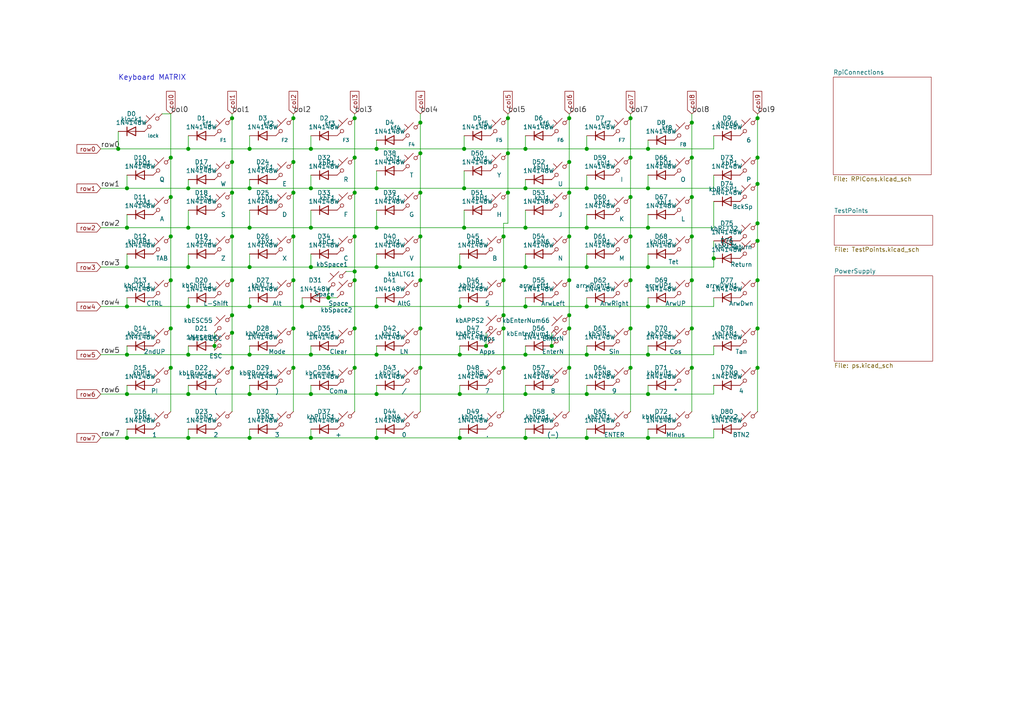
<source format=kicad_sch>
(kicad_sch (version 20210126) (generator eeschema)
  (paper "A4")
  (junction (at 34.29 43.18) (diameter 1.016))
  (junction (at 36.83 54.61) (diameter 1.016))
  (junction (at 36.83 66.04) (diameter 1.016))
  (junction (at 36.83 77.47) (diameter 1.016))
  (junction (at 36.83 88.9) (diameter 1.016))
  (junction (at 36.83 102.87) (diameter 1.016))
  (junction (at 36.83 114.3) (diameter 1.016))
  (junction (at 36.83 127) (diameter 1.016))
  (junction (at 49.53 45.72) (diameter 1.016))
  (junction (at 49.53 57.15) (diameter 1.016))
  (junction (at 49.53 68.58) (diameter 1.016))
  (junction (at 49.53 81.28) (diameter 1.016))
  (junction (at 49.53 95.25) (diameter 1.016))
  (junction (at 49.53 106.68) (diameter 1.016))
  (junction (at 54.61 43.18) (diameter 1.016))
  (junction (at 54.61 54.61) (diameter 1.016))
  (junction (at 54.61 66.04) (diameter 1.016))
  (junction (at 54.61 77.47) (diameter 1.016))
  (junction (at 54.61 88.9) (diameter 1.016))
  (junction (at 54.61 102.87) (diameter 1.016))
  (junction (at 54.61 114.3) (diameter 1.016))
  (junction (at 54.61 127) (diameter 1.016))
  (junction (at 62.23 100.33) (diameter 1.016))
  (junction (at 67.31 34.29) (diameter 1.016))
  (junction (at 67.31 46.99) (diameter 1.016))
  (junction (at 67.31 55.88) (diameter 1.016))
  (junction (at 67.31 68.58) (diameter 1.016))
  (junction (at 67.31 81.28) (diameter 1.016))
  (junction (at 67.31 91.44) (diameter 1.016))
  (junction (at 67.31 96.52) (diameter 1.016))
  (junction (at 67.31 106.68) (diameter 1.016))
  (junction (at 72.39 43.18) (diameter 1.016))
  (junction (at 72.39 54.61) (diameter 1.016))
  (junction (at 72.39 66.04) (diameter 1.016))
  (junction (at 72.39 77.47) (diameter 1.016))
  (junction (at 72.39 88.9) (diameter 1.016))
  (junction (at 72.39 102.87) (diameter 1.016))
  (junction (at 72.39 114.3) (diameter 1.016))
  (junction (at 72.39 127) (diameter 1.016))
  (junction (at 85.09 34.29) (diameter 1.016))
  (junction (at 85.09 46.99) (diameter 1.016))
  (junction (at 85.09 55.88) (diameter 1.016))
  (junction (at 85.09 68.58) (diameter 1.016))
  (junction (at 85.09 81.28) (diameter 1.016))
  (junction (at 85.09 95.25) (diameter 1.016))
  (junction (at 85.09 106.68) (diameter 1.016))
  (junction (at 87.63 88.9) (diameter 1.016))
  (junction (at 90.17 43.18) (diameter 1.016))
  (junction (at 90.17 54.61) (diameter 1.016))
  (junction (at 90.17 66.04) (diameter 1.016))
  (junction (at 90.17 77.47) (diameter 1.016))
  (junction (at 90.17 102.87) (diameter 1.016))
  (junction (at 90.17 114.3) (diameter 1.016))
  (junction (at 90.17 127) (diameter 1.016))
  (junction (at 95.25 86.36) (diameter 1.016))
  (junction (at 102.87 34.29) (diameter 1.016))
  (junction (at 102.87 45.72) (diameter 1.016))
  (junction (at 102.87 55.88) (diameter 1.016))
  (junction (at 102.87 68.58) (diameter 1.016))
  (junction (at 102.87 78.74) (diameter 1.016))
  (junction (at 102.87 81.28) (diameter 1.016))
  (junction (at 102.87 95.25) (diameter 1.016))
  (junction (at 102.87 106.68) (diameter 1.016))
  (junction (at 109.22 43.18) (diameter 1.016))
  (junction (at 109.22 54.61) (diameter 1.016))
  (junction (at 109.22 66.04) (diameter 1.016))
  (junction (at 109.22 77.47) (diameter 1.016))
  (junction (at 109.22 88.9) (diameter 1.016))
  (junction (at 109.22 102.87) (diameter 1.016))
  (junction (at 109.22 114.3) (diameter 1.016))
  (junction (at 109.22 127) (diameter 1.016))
  (junction (at 121.92 35.56) (diameter 1.016))
  (junction (at 121.92 44.45) (diameter 1.016))
  (junction (at 121.92 55.88) (diameter 1.016))
  (junction (at 121.92 68.58) (diameter 1.016))
  (junction (at 121.92 81.28) (diameter 1.016))
  (junction (at 121.92 95.25) (diameter 1.016))
  (junction (at 121.92 106.68) (diameter 1.016))
  (junction (at 133.35 77.47) (diameter 1.016))
  (junction (at 133.35 88.9) (diameter 1.016))
  (junction (at 133.35 102.87) (diameter 1.016))
  (junction (at 133.35 114.3) (diameter 1.016))
  (junction (at 133.35 127) (diameter 1.016))
  (junction (at 134.62 43.18) (diameter 1.016))
  (junction (at 134.62 54.61) (diameter 1.016))
  (junction (at 134.62 66.04) (diameter 1.016))
  (junction (at 140.97 100.33) (diameter 1.016))
  (junction (at 146.05 68.58) (diameter 1.016))
  (junction (at 146.05 81.28) (diameter 1.016))
  (junction (at 146.05 91.44) (diameter 1.016))
  (junction (at 146.05 95.25) (diameter 1.016))
  (junction (at 146.05 106.68) (diameter 1.016))
  (junction (at 147.32 34.29) (diameter 1.016))
  (junction (at 147.32 44.45) (diameter 1.016))
  (junction (at 147.32 55.88) (diameter 1.016))
  (junction (at 152.4 43.18) (diameter 1.016))
  (junction (at 152.4 54.61) (diameter 1.016))
  (junction (at 152.4 66.04) (diameter 1.016))
  (junction (at 152.4 77.47) (diameter 1.016))
  (junction (at 152.4 88.9) (diameter 1.016))
  (junction (at 152.4 102.87) (diameter 1.016))
  (junction (at 152.4 114.3) (diameter 1.016))
  (junction (at 152.4 127) (diameter 1.016))
  (junction (at 160.02 100.33) (diameter 1.016))
  (junction (at 165.1 34.29) (diameter 1.016))
  (junction (at 165.1 46.99) (diameter 1.016))
  (junction (at 165.1 55.88) (diameter 1.016))
  (junction (at 165.1 68.58) (diameter 1.016))
  (junction (at 165.1 81.28) (diameter 1.016))
  (junction (at 165.1 91.44) (diameter 1.016))
  (junction (at 165.1 95.25) (diameter 1.016))
  (junction (at 165.1 106.68) (diameter 1.016))
  (junction (at 170.18 43.18) (diameter 1.016))
  (junction (at 170.18 54.61) (diameter 1.016))
  (junction (at 170.18 66.04) (diameter 1.016))
  (junction (at 170.18 77.47) (diameter 1.016))
  (junction (at 170.18 88.9) (diameter 1.016))
  (junction (at 170.18 102.87) (diameter 1.016))
  (junction (at 170.18 114.3) (diameter 1.016))
  (junction (at 170.18 127) (diameter 1.016))
  (junction (at 182.88 34.29) (diameter 1.016))
  (junction (at 182.88 45.72) (diameter 1.016))
  (junction (at 182.88 57.15) (diameter 1.016))
  (junction (at 182.88 68.58) (diameter 1.016))
  (junction (at 182.88 81.28) (diameter 1.016))
  (junction (at 182.88 95.25) (diameter 1.016))
  (junction (at 182.88 106.68) (diameter 1.016))
  (junction (at 187.96 43.18) (diameter 1.016))
  (junction (at 187.96 54.61) (diameter 1.016))
  (junction (at 187.96 66.04) (diameter 1.016))
  (junction (at 187.96 77.47) (diameter 1.016))
  (junction (at 187.96 88.9) (diameter 1.016))
  (junction (at 187.96 102.87) (diameter 1.016))
  (junction (at 187.96 114.3) (diameter 1.016))
  (junction (at 187.96 127) (diameter 1.016))
  (junction (at 200.66 35.56) (diameter 1.016))
  (junction (at 200.66 45.72) (diameter 1.016))
  (junction (at 200.66 57.15) (diameter 1.016))
  (junction (at 200.66 68.58) (diameter 1.016))
  (junction (at 200.66 81.28) (diameter 1.016))
  (junction (at 200.66 95.25) (diameter 1.016))
  (junction (at 200.66 106.68) (diameter 1.016))
  (junction (at 207.01 74.93) (diameter 1.016))
  (junction (at 219.71 34.29) (diameter 1.016))
  (junction (at 219.71 45.72) (diameter 1.016))
  (junction (at 219.71 53.34) (diameter 1.016))
  (junction (at 219.71 64.77) (diameter 1.016))
  (junction (at 219.71 69.85) (diameter 1.016))
  (junction (at 219.71 81.28) (diameter 1.016))
  (junction (at 219.71 95.25) (diameter 1.016))
  (junction (at 219.71 106.68) (diameter 1.016))
  (wire (pts (xy 29.21 43.18) (xy 34.29 43.18)))
  (wire (pts (xy 29.21 54.61) (xy 36.83 54.61)))
  (wire (pts (xy 29.21 66.04) (xy 36.83 66.04)))
  (wire (pts (xy 29.21 77.47) (xy 36.83 77.47)))
  (wire (pts (xy 29.21 88.9) (xy 36.83 88.9)))
  (wire (pts (xy 29.21 102.87) (xy 36.83 102.87)))
  (wire (pts (xy 29.21 114.3) (xy 36.83 114.3)))
  (wire (pts (xy 29.21 127) (xy 36.83 127)))
  (wire (pts (xy 34.29 38.1) (xy 34.29 43.18)))
  (wire (pts (xy 34.29 43.18) (xy 54.61 43.18)))
  (wire (pts (xy 36.83 50.8) (xy 36.83 54.61)))
  (wire (pts (xy 36.83 54.61) (xy 54.61 54.61)))
  (wire (pts (xy 36.83 62.23) (xy 36.83 66.04)))
  (wire (pts (xy 36.83 66.04) (xy 54.61 66.04)))
  (wire (pts (xy 36.83 73.66) (xy 36.83 77.47)))
  (wire (pts (xy 36.83 77.47) (xy 54.61 77.47)))
  (wire (pts (xy 36.83 86.36) (xy 36.83 88.9)))
  (wire (pts (xy 36.83 88.9) (xy 54.61 88.9)))
  (wire (pts (xy 36.83 100.33) (xy 36.83 102.87)))
  (wire (pts (xy 36.83 102.87) (xy 54.61 102.87)))
  (wire (pts (xy 36.83 111.76) (xy 36.83 114.3)))
  (wire (pts (xy 36.83 114.3) (xy 54.61 114.3)))
  (wire (pts (xy 36.83 124.46) (xy 36.83 127)))
  (wire (pts (xy 36.83 127) (xy 54.61 127)))
  (wire (pts (xy 46.99 33.02) (xy 49.53 33.02)))
  (wire (pts (xy 49.53 33.02) (xy 49.53 45.72)))
  (wire (pts (xy 49.53 45.72) (xy 49.53 57.15)))
  (wire (pts (xy 49.53 57.15) (xy 49.53 68.58)))
  (wire (pts (xy 49.53 68.58) (xy 49.53 81.28)))
  (wire (pts (xy 49.53 81.28) (xy 49.53 95.25)))
  (wire (pts (xy 49.53 95.25) (xy 49.53 106.68)))
  (wire (pts (xy 49.53 106.68) (xy 49.53 119.38)))
  (wire (pts (xy 54.61 39.37) (xy 54.61 43.18)))
  (wire (pts (xy 54.61 43.18) (xy 72.39 43.18)))
  (wire (pts (xy 54.61 52.07) (xy 54.61 54.61)))
  (wire (pts (xy 54.61 54.61) (xy 72.39 54.61)))
  (wire (pts (xy 54.61 60.96) (xy 54.61 66.04)))
  (wire (pts (xy 54.61 66.04) (xy 72.39 66.04)))
  (wire (pts (xy 54.61 73.66) (xy 54.61 77.47)))
  (wire (pts (xy 54.61 77.47) (xy 72.39 77.47)))
  (wire (pts (xy 54.61 86.36) (xy 54.61 88.9)))
  (wire (pts (xy 54.61 88.9) (xy 72.39 88.9)))
  (wire (pts (xy 54.61 100.33) (xy 54.61 102.87)))
  (wire (pts (xy 54.61 102.87) (xy 72.39 102.87)))
  (wire (pts (xy 54.61 111.76) (xy 54.61 114.3)))
  (wire (pts (xy 54.61 114.3) (xy 72.39 114.3)))
  (wire (pts (xy 54.61 124.46) (xy 54.61 127)))
  (wire (pts (xy 54.61 127) (xy 72.39 127)))
  (wire (pts (xy 62.23 96.52) (xy 62.23 100.33)))
  (wire (pts (xy 62.23 100.33) (xy 62.23 101.6)))
  (wire (pts (xy 67.31 33.02) (xy 67.31 34.29)))
  (wire (pts (xy 67.31 34.29) (xy 67.31 46.99)))
  (wire (pts (xy 67.31 46.99) (xy 67.31 55.88)))
  (wire (pts (xy 67.31 55.88) (xy 67.31 68.58)))
  (wire (pts (xy 67.31 68.58) (xy 67.31 81.28)))
  (wire (pts (xy 67.31 81.28) (xy 67.31 91.44)))
  (wire (pts (xy 67.31 91.44) (xy 67.31 96.52)))
  (wire (pts (xy 67.31 96.52) (xy 67.31 106.68)))
  (wire (pts (xy 67.31 106.68) (xy 67.31 119.38)))
  (wire (pts (xy 72.39 39.37) (xy 72.39 43.18)))
  (wire (pts (xy 72.39 43.18) (xy 90.17 43.18)))
  (wire (pts (xy 72.39 52.07) (xy 72.39 54.61)))
  (wire (pts (xy 72.39 54.61) (xy 90.17 54.61)))
  (wire (pts (xy 72.39 60.96) (xy 72.39 66.04)))
  (wire (pts (xy 72.39 66.04) (xy 90.17 66.04)))
  (wire (pts (xy 72.39 73.66) (xy 72.39 77.47)))
  (wire (pts (xy 72.39 77.47) (xy 90.17 77.47)))
  (wire (pts (xy 72.39 86.36) (xy 72.39 88.9)))
  (wire (pts (xy 72.39 88.9) (xy 87.63 88.9)))
  (wire (pts (xy 72.39 100.33) (xy 72.39 102.87)))
  (wire (pts (xy 72.39 102.87) (xy 90.17 102.87)))
  (wire (pts (xy 72.39 111.76) (xy 72.39 114.3)))
  (wire (pts (xy 72.39 114.3) (xy 90.17 114.3)))
  (wire (pts (xy 72.39 124.46) (xy 72.39 127)))
  (wire (pts (xy 72.39 127) (xy 90.17 127)))
  (wire (pts (xy 85.09 33.02) (xy 85.09 34.29)))
  (wire (pts (xy 85.09 34.29) (xy 85.09 46.99)))
  (wire (pts (xy 85.09 46.99) (xy 85.09 55.88)))
  (wire (pts (xy 85.09 55.88) (xy 85.09 68.58)))
  (wire (pts (xy 85.09 68.58) (xy 85.09 81.28)))
  (wire (pts (xy 85.09 81.28) (xy 85.09 95.25)))
  (wire (pts (xy 85.09 95.25) (xy 85.09 106.68)))
  (wire (pts (xy 85.09 106.68) (xy 85.09 119.38)))
  (wire (pts (xy 87.63 86.36) (xy 87.63 88.9)))
  (wire (pts (xy 87.63 88.9) (xy 109.22 88.9)))
  (wire (pts (xy 90.17 39.37) (xy 90.17 43.18)))
  (wire (pts (xy 90.17 43.18) (xy 109.22 43.18)))
  (wire (pts (xy 90.17 50.8) (xy 90.17 54.61)))
  (wire (pts (xy 90.17 54.61) (xy 109.22 54.61)))
  (wire (pts (xy 90.17 60.96) (xy 90.17 66.04)))
  (wire (pts (xy 90.17 66.04) (xy 109.22 66.04)))
  (wire (pts (xy 90.17 73.66) (xy 90.17 77.47)))
  (wire (pts (xy 90.17 77.47) (xy 109.22 77.47)))
  (wire (pts (xy 90.17 100.33) (xy 90.17 102.87)))
  (wire (pts (xy 90.17 102.87) (xy 109.22 102.87)))
  (wire (pts (xy 90.17 111.76) (xy 90.17 114.3)))
  (wire (pts (xy 90.17 114.3) (xy 109.22 114.3)))
  (wire (pts (xy 90.17 124.46) (xy 90.17 127)))
  (wire (pts (xy 90.17 127) (xy 109.22 127)))
  (wire (pts (xy 95.25 83.82) (xy 95.25 86.36)))
  (wire (pts (xy 95.25 86.36) (xy 97.79 86.36)))
  (wire (pts (xy 100.33 78.74) (xy 102.87 78.74)))
  (wire (pts (xy 102.87 33.02) (xy 102.87 34.29)))
  (wire (pts (xy 102.87 34.29) (xy 102.87 45.72)))
  (wire (pts (xy 102.87 45.72) (xy 102.87 55.88)))
  (wire (pts (xy 102.87 55.88) (xy 102.87 68.58)))
  (wire (pts (xy 102.87 68.58) (xy 102.87 78.74)))
  (wire (pts (xy 102.87 78.74) (xy 102.87 81.28)))
  (wire (pts (xy 102.87 81.28) (xy 102.87 95.25)))
  (wire (pts (xy 102.87 95.25) (xy 102.87 106.68)))
  (wire (pts (xy 102.87 106.68) (xy 102.87 119.38)))
  (wire (pts (xy 109.22 40.64) (xy 109.22 43.18)))
  (wire (pts (xy 109.22 43.18) (xy 134.62 43.18)))
  (wire (pts (xy 109.22 49.53) (xy 109.22 54.61)))
  (wire (pts (xy 109.22 54.61) (xy 134.62 54.61)))
  (wire (pts (xy 109.22 60.96) (xy 109.22 66.04)))
  (wire (pts (xy 109.22 66.04) (xy 134.62 66.04)))
  (wire (pts (xy 109.22 73.66) (xy 109.22 77.47)))
  (wire (pts (xy 109.22 77.47) (xy 133.35 77.47)))
  (wire (pts (xy 109.22 86.36) (xy 109.22 88.9)))
  (wire (pts (xy 109.22 88.9) (xy 133.35 88.9)))
  (wire (pts (xy 109.22 100.33) (xy 109.22 102.87)))
  (wire (pts (xy 109.22 102.87) (xy 133.35 102.87)))
  (wire (pts (xy 109.22 111.76) (xy 109.22 114.3)))
  (wire (pts (xy 109.22 114.3) (xy 133.35 114.3)))
  (wire (pts (xy 109.22 124.46) (xy 109.22 127)))
  (wire (pts (xy 109.22 127) (xy 133.35 127)))
  (wire (pts (xy 121.92 33.02) (xy 121.92 35.56)))
  (wire (pts (xy 121.92 35.56) (xy 121.92 44.45)))
  (wire (pts (xy 121.92 44.45) (xy 121.92 55.88)))
  (wire (pts (xy 121.92 55.88) (xy 121.92 68.58)))
  (wire (pts (xy 121.92 68.58) (xy 121.92 81.28)))
  (wire (pts (xy 121.92 81.28) (xy 121.92 95.25)))
  (wire (pts (xy 121.92 95.25) (xy 121.92 106.68)))
  (wire (pts (xy 121.92 106.68) (xy 121.92 119.38)))
  (wire (pts (xy 133.35 73.66) (xy 133.35 77.47)))
  (wire (pts (xy 133.35 77.47) (xy 152.4 77.47)))
  (wire (pts (xy 133.35 86.36) (xy 133.35 88.9)))
  (wire (pts (xy 133.35 88.9) (xy 152.4 88.9)))
  (wire (pts (xy 133.35 100.33) (xy 133.35 102.87)))
  (wire (pts (xy 133.35 102.87) (xy 152.4 102.87)))
  (wire (pts (xy 133.35 111.76) (xy 133.35 114.3)))
  (wire (pts (xy 133.35 114.3) (xy 152.4 114.3)))
  (wire (pts (xy 133.35 124.46) (xy 133.35 127)))
  (wire (pts (xy 133.35 127) (xy 152.4 127)))
  (wire (pts (xy 134.62 39.37) (xy 134.62 43.18)))
  (wire (pts (xy 134.62 43.18) (xy 152.4 43.18)))
  (wire (pts (xy 134.62 49.53) (xy 134.62 54.61)))
  (wire (pts (xy 134.62 54.61) (xy 152.4 54.61)))
  (wire (pts (xy 134.62 60.96) (xy 134.62 66.04)))
  (wire (pts (xy 134.62 66.04) (xy 152.4 66.04)))
  (wire (pts (xy 140.97 96.52) (xy 140.97 100.33)))
  (wire (pts (xy 146.05 64.77) (xy 146.05 68.58)))
  (wire (pts (xy 146.05 68.58) (xy 146.05 81.28)))
  (wire (pts (xy 146.05 81.28) (xy 146.05 91.44)))
  (wire (pts (xy 146.05 91.44) (xy 146.05 95.25)))
  (wire (pts (xy 146.05 95.25) (xy 146.05 106.68)))
  (wire (pts (xy 146.05 106.68) (xy 146.05 119.38)))
  (wire (pts (xy 147.32 33.02) (xy 147.32 34.29)))
  (wire (pts (xy 147.32 34.29) (xy 147.32 44.45)))
  (wire (pts (xy 147.32 44.45) (xy 147.32 55.88)))
  (wire (pts (xy 147.32 55.88) (xy 147.32 64.77)))
  (wire (pts (xy 147.32 64.77) (xy 146.05 64.77)))
  (wire (pts (xy 152.4 39.37) (xy 152.4 43.18)))
  (wire (pts (xy 152.4 43.18) (xy 170.18 43.18)))
  (wire (pts (xy 152.4 52.07) (xy 152.4 54.61)))
  (wire (pts (xy 152.4 54.61) (xy 170.18 54.61)))
  (wire (pts (xy 152.4 60.96) (xy 152.4 66.04)))
  (wire (pts (xy 152.4 66.04) (xy 170.18 66.04)))
  (wire (pts (xy 152.4 73.66) (xy 152.4 77.47)))
  (wire (pts (xy 152.4 77.47) (xy 170.18 77.47)))
  (wire (pts (xy 152.4 86.36) (xy 152.4 88.9)))
  (wire (pts (xy 152.4 88.9) (xy 170.18 88.9)))
  (wire (pts (xy 152.4 100.33) (xy 152.4 102.87)))
  (wire (pts (xy 152.4 102.87) (xy 170.18 102.87)))
  (wire (pts (xy 152.4 111.76) (xy 152.4 114.3)))
  (wire (pts (xy 152.4 114.3) (xy 170.18 114.3)))
  (wire (pts (xy 152.4 124.46) (xy 152.4 127)))
  (wire (pts (xy 152.4 127) (xy 170.18 127)))
  (wire (pts (xy 160.02 96.52) (xy 160.02 100.33)))
  (wire (pts (xy 165.1 33.02) (xy 165.1 34.29)))
  (wire (pts (xy 165.1 34.29) (xy 165.1 46.99)))
  (wire (pts (xy 165.1 46.99) (xy 165.1 55.88)))
  (wire (pts (xy 165.1 55.88) (xy 165.1 68.58)))
  (wire (pts (xy 165.1 68.58) (xy 165.1 81.28)))
  (wire (pts (xy 165.1 81.28) (xy 165.1 91.44)))
  (wire (pts (xy 165.1 91.44) (xy 165.1 95.25)))
  (wire (pts (xy 165.1 95.25) (xy 165.1 106.68)))
  (wire (pts (xy 165.1 106.68) (xy 165.1 119.38)))
  (wire (pts (xy 170.18 39.37) (xy 170.18 43.18)))
  (wire (pts (xy 170.18 43.18) (xy 187.96 43.18)))
  (wire (pts (xy 170.18 50.8) (xy 170.18 54.61)))
  (wire (pts (xy 170.18 54.61) (xy 187.96 54.61)))
  (wire (pts (xy 170.18 62.23) (xy 170.18 66.04)))
  (wire (pts (xy 170.18 66.04) (xy 187.96 66.04)))
  (wire (pts (xy 170.18 73.66) (xy 170.18 77.47)))
  (wire (pts (xy 170.18 77.47) (xy 187.96 77.47)))
  (wire (pts (xy 170.18 86.36) (xy 170.18 88.9)))
  (wire (pts (xy 170.18 88.9) (xy 187.96 88.9)))
  (wire (pts (xy 170.18 100.33) (xy 170.18 102.87)))
  (wire (pts (xy 170.18 102.87) (xy 187.96 102.87)))
  (wire (pts (xy 170.18 111.76) (xy 170.18 114.3)))
  (wire (pts (xy 170.18 114.3) (xy 187.96 114.3)))
  (wire (pts (xy 170.18 124.46) (xy 170.18 127)))
  (wire (pts (xy 170.18 127) (xy 187.96 127)))
  (wire (pts (xy 182.88 33.02) (xy 182.88 34.29)))
  (wire (pts (xy 182.88 34.29) (xy 182.88 45.72)))
  (wire (pts (xy 182.88 45.72) (xy 182.88 57.15)))
  (wire (pts (xy 182.88 57.15) (xy 182.88 68.58)))
  (wire (pts (xy 182.88 68.58) (xy 182.88 81.28)))
  (wire (pts (xy 182.88 81.28) (xy 182.88 95.25)))
  (wire (pts (xy 182.88 95.25) (xy 182.88 106.68)))
  (wire (pts (xy 182.88 106.68) (xy 182.88 119.38)))
  (wire (pts (xy 187.96 40.64) (xy 187.96 43.18)))
  (wire (pts (xy 187.96 43.18) (xy 207.01 43.18)))
  (wire (pts (xy 187.96 50.8) (xy 187.96 54.61)))
  (wire (pts (xy 187.96 54.61) (xy 207.01 54.61)))
  (wire (pts (xy 187.96 62.23) (xy 187.96 66.04)))
  (wire (pts (xy 187.96 66.04) (xy 207.01 66.04)))
  (wire (pts (xy 187.96 73.66) (xy 187.96 77.47)))
  (wire (pts (xy 187.96 77.47) (xy 207.01 77.47)))
  (wire (pts (xy 187.96 86.36) (xy 187.96 88.9)))
  (wire (pts (xy 187.96 88.9) (xy 207.01 88.9)))
  (wire (pts (xy 187.96 100.33) (xy 187.96 102.87)))
  (wire (pts (xy 187.96 102.87) (xy 207.01 102.87)))
  (wire (pts (xy 187.96 111.76) (xy 187.96 114.3)))
  (wire (pts (xy 187.96 114.3) (xy 207.01 114.3)))
  (wire (pts (xy 187.96 124.46) (xy 187.96 127)))
  (wire (pts (xy 187.96 127) (xy 207.01 127)))
  (wire (pts (xy 200.66 33.02) (xy 200.66 35.56)))
  (wire (pts (xy 200.66 35.56) (xy 200.66 45.72)))
  (wire (pts (xy 200.66 45.72) (xy 200.66 57.15)))
  (wire (pts (xy 200.66 57.15) (xy 200.66 68.58)))
  (wire (pts (xy 200.66 68.58) (xy 200.66 81.28)))
  (wire (pts (xy 200.66 81.28) (xy 200.66 95.25)))
  (wire (pts (xy 200.66 95.25) (xy 200.66 106.68)))
  (wire (pts (xy 200.66 106.68) (xy 200.66 119.38)))
  (wire (pts (xy 207.01 39.37) (xy 207.01 43.18)))
  (wire (pts (xy 207.01 50.8) (xy 207.01 54.61)))
  (wire (pts (xy 207.01 58.42) (xy 207.01 66.04)))
  (wire (pts (xy 207.01 69.85) (xy 207.01 74.93)))
  (wire (pts (xy 207.01 74.93) (xy 207.01 77.47)))
  (wire (pts (xy 207.01 86.36) (xy 207.01 88.9)))
  (wire (pts (xy 207.01 100.33) (xy 207.01 102.87)))
  (wire (pts (xy 207.01 111.76) (xy 207.01 114.3)))
  (wire (pts (xy 207.01 124.46) (xy 207.01 127)))
  (wire (pts (xy 219.71 33.02) (xy 219.71 34.29)))
  (wire (pts (xy 219.71 34.29) (xy 219.71 45.72)))
  (wire (pts (xy 219.71 45.72) (xy 219.71 53.34)))
  (wire (pts (xy 219.71 53.34) (xy 219.71 64.77)))
  (wire (pts (xy 219.71 64.77) (xy 219.71 69.85)))
  (wire (pts (xy 219.71 69.85) (xy 219.71 81.28)))
  (wire (pts (xy 219.71 81.28) (xy 219.71 95.25)))
  (wire (pts (xy 219.71 95.25) (xy 219.71 106.68)))
  (wire (pts (xy 219.71 106.68) (xy 219.71 119.38)))
  (text "Keyboard MATRIX" (at 34.29 23.495 0) (effects (font (size 1.524 1.524)) (justify left bottom)))
  (label "row0" (at 29.21 43.18 0) (effects (font (size 1.524 1.524))))
  (label "row1" (at 29.21 54.61 0) (effects (font (size 1.524 1.524))))
  (label "row2" (at 29.21 66.04 0) (effects (font (size 1.524 1.524))))
  (label "row3" (at 29.21 77.47 0) (effects (font (size 1.524 1.524))))
  (label "row4" (at 29.21 88.9 0) (effects (font (size 1.524 1.524))))
  (label "row5" (at 29.21 102.87 0) (effects (font (size 1.524 1.524))))
  (label "row6" (at 29.21 114.3 0) (effects (font (size 1.524 1.524))))
  (label "row7" (at 29.21 127 0) (effects (font (size 1.524 1.524))))
  (label "col0" (at 49.53 33.02 0) (effects (font (size 1.524 1.524))))
  (label "col1" (at 67.31 33.02 0) (effects (font (size 1.524 1.524))))
  (label "col2" (at 85.09 33.02 0) (effects (font (size 1.524 1.524))))
  (label "col3" (at 102.87 33.02 0) (effects (font (size 1.524 1.524))))
  (label "col4" (at 121.92 33.02 0) (effects (font (size 1.524 1.524))))
  (label "col5" (at 147.32 33.02 0) (effects (font (size 1.524 1.524))))
  (label "col6" (at 165.1 33.02 0) (effects (font (size 1.524 1.524))))
  (label "col7" (at 182.88 33.02 0) (effects (font (size 1.524 1.524))))
  (label "col8" (at 200.66 33.02 0) (effects (font (size 1.524 1.524))))
  (label "col9" (at 219.71 33.02 0) (effects (font (size 1.524 1.524))))
  (global_label "row0" (shape input) (at 29.21 43.18 180) (property "Intersheet References" "${INTERSHEET_REFS}" (effects hide)))
  (global_label "row1" (shape input) (at 29.21 54.61 180) (property "Intersheet References" "${INTERSHEET_REFS}" (effects hide)))
  (global_label "row2" (shape input) (at 29.21 66.04 180) (property "Intersheet References" "${INTERSHEET_REFS}" (effects hide)))
  (global_label "row3" (shape input) (at 29.21 77.47 180) (property "Intersheet References" "${INTERSHEET_REFS}" (effects hide)))
  (global_label "row4" (shape input) (at 29.21 88.9 180) (property "Intersheet References" "${INTERSHEET_REFS}" (effects hide)))
  (global_label "row5" (shape input) (at 29.21 102.87 180) (property "Intersheet References" "${INTERSHEET_REFS}" (effects hide)))
  (global_label "row6" (shape input) (at 29.21 114.3 180) (property "Intersheet References" "${INTERSHEET_REFS}" (effects hide)))
  (global_label "row7" (shape input) (at 29.21 127 180) (property "Intersheet References" "${INTERSHEET_REFS}" (effects hide)))
  (global_label "col0" (shape input) (at 49.53 33.02 90) (property "Intersheet References" "${INTERSHEET_REFS}" (effects hide)))
  (global_label "col1" (shape input) (at 67.31 33.02 90) (property "Intersheet References" "${INTERSHEET_REFS}" (effects hide)))
  (global_label "col2" (shape input) (at 85.09 33.02 90) (property "Intersheet References" "${INTERSHEET_REFS}" (effects hide)))
  (global_label "col3" (shape input) (at 102.87 33.02 90) (property "Intersheet References" "${INTERSHEET_REFS}" (effects hide)))
  (global_label "col4" (shape input) (at 121.92 33.02 90) (property "Intersheet References" "${INTERSHEET_REFS}" (effects hide)))
  (global_label "col5" (shape input) (at 147.32 33.02 90) (property "Intersheet References" "${INTERSHEET_REFS}" (effects hide)))
  (global_label "col6" (shape input) (at 165.1 33.02 90) (property "Intersheet References" "${INTERSHEET_REFS}" (effects hide)))
  (global_label "col7" (shape input) (at 182.88 33.02 90) (property "Intersheet References" "${INTERSHEET_REFS}" (effects hide)))
  (global_label "col8" (shape input) (at 200.66 33.02 90) (property "Intersheet References" "${INTERSHEET_REFS}" (effects hide)))
  (global_label "col9" (shape input) (at 219.71 33.02 90) (property "Intersheet References" "${INTERSHEET_REFS}" (effects hide)))
  (symbol (lib_id "Diode:1N4148W") (at 38.1 38.1 0) (unit 1)
    (property "Reference" "D0" (at 38.1 33.02 0))
    (property "Value" "1N4148W" (at 38.1 35.56 0))
    (property "Footprint" "Diode_SMD:D_SOD-123" (effects hide))
    (property "Datasheet" "https://www.vishay.com/docs/85748/1n4148w.pdf" (effects hide))
  )
  (symbol (lib_id "Diode:1N4148W") (at 40.64 50.8 0) (unit 1)
    (property "Reference" "D10" (at 40.64 45.72 0))
    (property "Value" "1N4148W" (at 40.64 48.26 0))
    (property "Footprint" "Diode_SMD:D_SOD-123" (effects hide))
    (property "Datasheet" "https://www.vishay.com/docs/85748/1n4148w.pdf" (effects hide))
  )
  (symbol (lib_id "Diode:1N4148W") (at 40.64 62.23 0) (unit 1)
    (property "Reference" "D11" (at 40.64 57.15 0))
    (property "Value" "1N4148W" (at 40.64 59.69 0))
    (property "Footprint" "Diode_SMD:D_SOD-123" (effects hide))
    (property "Datasheet" "https://www.vishay.com/docs/85748/1n4148w.pdf" (effects hide))
  )
  (symbol (lib_id "Diode:1N4148W") (at 40.64 73.66 0) (unit 1)
    (property "Reference" "D12" (at 40.64 68.58 0))
    (property "Value" "1N4148W" (at 40.64 71.12 0))
    (property "Footprint" "Diode_SMD:D_SOD-123" (effects hide))
    (property "Datasheet" "https://www.vishay.com/docs/85748/1n4148w.pdf" (effects hide))
  )
  (symbol (lib_id "Diode:1N4148W") (at 40.64 86.36 0) (unit 1)
    (property "Reference" "D13" (at 40.64 81.28 0))
    (property "Value" "1N4148W" (at 40.64 83.82 0))
    (property "Footprint" "Diode_SMD:D_SOD-123" (effects hide))
    (property "Datasheet" "https://www.vishay.com/docs/85748/1n4148w.pdf" (effects hide))
  )
  (symbol (lib_id "Diode:1N4148W") (at 40.64 100.33 0) (unit 1)
    (property "Reference" "D14" (at 40.64 95.25 0))
    (property "Value" "1N4148W" (at 40.64 97.79 0))
    (property "Footprint" "Diode_SMD:D_SOD-123" (effects hide))
    (property "Datasheet" "https://www.vishay.com/docs/85748/1n4148w.pdf" (effects hide))
  )
  (symbol (lib_id "Diode:1N4148W") (at 40.64 111.76 0) (unit 1)
    (property "Reference" "D15" (at 40.64 106.68 0))
    (property "Value" "1N4148W" (at 40.64 109.22 0))
    (property "Footprint" "Diode_SMD:D_SOD-123" (effects hide))
    (property "Datasheet" "https://www.vishay.com/docs/85748/1n4148w.pdf" (effects hide))
  )
  (symbol (lib_id "Diode:1N4148W") (at 40.64 124.46 0) (unit 1)
    (property "Reference" "D16" (at 40.64 119.38 0))
    (property "Value" "1N4148W" (at 40.64 121.92 0))
    (property "Footprint" "Diode_SMD:D_SOD-123" (effects hide))
    (property "Datasheet" "https://www.vishay.com/docs/85748/1n4148w.pdf" (effects hide))
  )
  (symbol (lib_id "Diode:1N4148W") (at 58.42 39.37 0) (unit 1)
    (property "Reference" "D1" (at 58.42 34.29 0))
    (property "Value" "1N4148W" (at 58.42 36.83 0))
    (property "Footprint" "Diode_SMD:D_SOD-123" (effects hide))
    (property "Datasheet" "https://www.vishay.com/docs/85748/1n4148w.pdf" (effects hide))
  )
  (symbol (lib_id "Diode:1N4148W") (at 58.42 52.07 0) (unit 1)
    (property "Reference" "D17" (at 58.42 46.99 0))
    (property "Value" "1N4148W" (at 58.42 49.53 0))
    (property "Footprint" "Diode_SMD:D_SOD-123" (effects hide))
    (property "Datasheet" "https://www.vishay.com/docs/85748/1n4148w.pdf" (effects hide))
  )
  (symbol (lib_id "Diode:1N4148W") (at 58.42 60.96 0) (unit 1)
    (property "Reference" "D18" (at 58.42 55.88 0))
    (property "Value" "1N4148W" (at 58.42 58.42 0))
    (property "Footprint" "Diode_SMD:D_SOD-123" (effects hide))
    (property "Datasheet" "https://www.vishay.com/docs/85748/1n4148w.pdf" (effects hide))
  )
  (symbol (lib_id "Diode:1N4148W") (at 58.42 73.66 0) (unit 1)
    (property "Reference" "D19" (at 58.42 68.58 0))
    (property "Value" "1N4148W" (at 58.42 71.12 0))
    (property "Footprint" "Diode_SMD:D_SOD-123" (effects hide))
    (property "Datasheet" "https://www.vishay.com/docs/85748/1n4148w.pdf" (effects hide))
  )
  (symbol (lib_id "Diode:1N4148W") (at 58.42 86.36 0) (unit 1)
    (property "Reference" "D20" (at 58.42 81.28 0))
    (property "Value" "1N4148W" (at 58.42 83.82 0))
    (property "Footprint" "Diode_SMD:D_SOD-123" (effects hide))
    (property "Datasheet" "https://www.vishay.com/docs/85748/1n4148w.pdf" (effects hide))
  )
  (symbol (lib_id "Diode:1N4148W") (at 58.42 100.33 0) (unit 1)
    (property "Reference" "D21" (at 58.42 95.25 0))
    (property "Value" "1N4148W" (at 58.42 97.79 0))
    (property "Footprint" "Diode_SMD:D_SOD-123" (effects hide))
    (property "Datasheet" "https://www.vishay.com/docs/85748/1n4148w.pdf" (effects hide))
  )
  (symbol (lib_id "Diode:1N4148W") (at 58.42 111.76 0) (unit 1)
    (property "Reference" "D22" (at 58.42 106.68 0))
    (property "Value" "1N4148W" (at 58.42 109.22 0))
    (property "Footprint" "Diode_SMD:D_SOD-123" (effects hide))
    (property "Datasheet" "https://www.vishay.com/docs/85748/1n4148w.pdf" (effects hide))
  )
  (symbol (lib_id "Diode:1N4148W") (at 58.42 124.46 0) (unit 1)
    (property "Reference" "D23" (at 58.42 119.38 0))
    (property "Value" "1N4148W" (at 58.42 121.92 0))
    (property "Footprint" "Diode_SMD:D_SOD-123" (effects hide))
    (property "Datasheet" "https://www.vishay.com/docs/85748/1n4148w.pdf" (effects hide))
  )
  (symbol (lib_id "Diode:1N4148W") (at 76.2 39.37 0) (unit 1)
    (property "Reference" "D3" (at 76.2 34.29 0))
    (property "Value" "1N4148W" (at 76.2 36.83 0))
    (property "Footprint" "Diode_SMD:D_SOD-123" (effects hide))
    (property "Datasheet" "https://www.vishay.com/docs/85748/1n4148w.pdf" (effects hide))
  )
  (symbol (lib_id "Diode:1N4148W") (at 76.2 52.07 0) (unit 1)
    (property "Reference" "D24" (at 76.2 46.99 0))
    (property "Value" "1N4148W" (at 76.2 49.53 0))
    (property "Footprint" "Diode_SMD:D_SOD-123" (effects hide))
    (property "Datasheet" "https://www.vishay.com/docs/85748/1n4148w.pdf" (effects hide))
  )
  (symbol (lib_id "Diode:1N4148W") (at 76.2 60.96 0) (unit 1)
    (property "Reference" "D25" (at 76.2 55.88 0))
    (property "Value" "1N4148W" (at 76.2 58.42 0))
    (property "Footprint" "Diode_SMD:D_SOD-123" (effects hide))
    (property "Datasheet" "https://www.vishay.com/docs/85748/1n4148w.pdf" (effects hide))
  )
  (symbol (lib_id "Diode:1N4148W") (at 76.2 73.66 0) (unit 1)
    (property "Reference" "D26" (at 76.2 68.58 0))
    (property "Value" "1N4148W" (at 76.2 71.12 0))
    (property "Footprint" "Diode_SMD:D_SOD-123" (effects hide))
    (property "Datasheet" "https://www.vishay.com/docs/85748/1n4148w.pdf" (effects hide))
  )
  (symbol (lib_id "Diode:1N4148W") (at 76.2 86.36 0) (unit 1)
    (property "Reference" "D27" (at 76.2 81.28 0))
    (property "Value" "1N4148W" (at 76.2 83.82 0))
    (property "Footprint" "Diode_SMD:D_SOD-123" (effects hide))
    (property "Datasheet" "https://www.vishay.com/docs/85748/1n4148w.pdf" (effects hide))
  )
  (symbol (lib_id "Diode:1N4148W") (at 76.2 100.33 0) (unit 1)
    (property "Reference" "D28" (at 76.2 95.25 0))
    (property "Value" "1N4148W" (at 76.2 97.79 0))
    (property "Footprint" "Diode_SMD:D_SOD-123" (effects hide))
    (property "Datasheet" "https://www.vishay.com/docs/85748/1n4148w.pdf" (effects hide))
  )
  (symbol (lib_id "Diode:1N4148W") (at 76.2 111.76 0) (unit 1)
    (property "Reference" "D29" (at 76.2 106.68 0))
    (property "Value" "1N4148W" (at 76.2 109.22 0))
    (property "Footprint" "Diode_SMD:D_SOD-123" (effects hide))
    (property "Datasheet" "https://www.vishay.com/docs/85748/1n4148w.pdf" (effects hide))
  )
  (symbol (lib_id "Diode:1N4148W") (at 76.2 124.46 0) (unit 1)
    (property "Reference" "D30" (at 76.2 119.38 0))
    (property "Value" "1N4148W" (at 76.2 121.92 0))
    (property "Footprint" "Diode_SMD:D_SOD-123" (effects hide))
    (property "Datasheet" "https://www.vishay.com/docs/85748/1n4148w.pdf" (effects hide))
  )
  (symbol (lib_id "Diode:1N4148W") (at 91.44 86.36 0) (unit 1)
    (property "Reference" "D31" (at 91.44 81.28 0))
    (property "Value" "1N4148W" (at 91.44 83.82 0))
    (property "Footprint" "Diode_SMD:D_SOD-123" (effects hide))
    (property "Datasheet" "https://www.vishay.com/docs/85748/1n4148w.pdf" (effects hide))
  )
  (symbol (lib_id "Diode:1N4148W") (at 93.98 39.37 0) (unit 1)
    (property "Reference" "D2" (at 93.98 34.29 0))
    (property "Value" "1N4148W" (at 93.98 36.83 0))
    (property "Footprint" "Diode_SMD:D_SOD-123" (effects hide))
    (property "Datasheet" "https://www.vishay.com/docs/85748/1n4148w.pdf" (effects hide))
  )
  (symbol (lib_id "Diode:1N4148W") (at 93.98 50.8 0) (unit 1)
    (property "Reference" "D32" (at 93.98 45.72 0))
    (property "Value" "1N4148W" (at 93.98 48.26 0))
    (property "Footprint" "Diode_SMD:D_SOD-123" (effects hide))
    (property "Datasheet" "https://www.vishay.com/docs/85748/1n4148w.pdf" (effects hide))
  )
  (symbol (lib_id "Diode:1N4148W") (at 93.98 60.96 0) (unit 1)
    (property "Reference" "D33" (at 93.98 55.88 0))
    (property "Value" "1N4148W" (at 93.98 58.42 0))
    (property "Footprint" "Diode_SMD:D_SOD-123" (effects hide))
    (property "Datasheet" "https://www.vishay.com/docs/85748/1n4148w.pdf" (effects hide))
  )
  (symbol (lib_id "Diode:1N4148W") (at 93.98 73.66 0) (unit 1)
    (property "Reference" "D34" (at 93.98 68.58 0))
    (property "Value" "1N4148W" (at 93.98 71.12 0))
    (property "Footprint" "Diode_SMD:D_SOD-123" (effects hide))
    (property "Datasheet" "https://www.vishay.com/docs/85748/1n4148w.pdf" (effects hide))
  )
  (symbol (lib_id "Diode:1N4148W") (at 93.98 100.33 0) (unit 1)
    (property "Reference" "D35" (at 93.98 95.25 0))
    (property "Value" "1N4148W" (at 93.98 97.79 0))
    (property "Footprint" "Diode_SMD:D_SOD-123" (effects hide))
    (property "Datasheet" "https://www.vishay.com/docs/85748/1n4148w.pdf" (effects hide))
  )
  (symbol (lib_id "Diode:1N4148W") (at 93.98 111.76 0) (unit 1)
    (property "Reference" "D36" (at 93.98 106.68 0))
    (property "Value" "1N4148W" (at 93.98 109.22 0))
    (property "Footprint" "Diode_SMD:D_SOD-123" (effects hide))
    (property "Datasheet" "https://www.vishay.com/docs/85748/1n4148w.pdf" (effects hide))
  )
  (symbol (lib_id "Diode:1N4148W") (at 93.98 124.46 0) (unit 1)
    (property "Reference" "D37" (at 93.98 119.38 0))
    (property "Value" "1N4148W" (at 93.98 121.92 0))
    (property "Footprint" "Diode_SMD:D_SOD-123" (effects hide))
    (property "Datasheet" "https://www.vishay.com/docs/85748/1n4148w.pdf" (effects hide))
  )
  (symbol (lib_id "Diode:1N4148W") (at 113.03 40.64 0) (unit 1)
    (property "Reference" "D4" (at 113.03 35.56 0))
    (property "Value" "1N4148W" (at 113.03 38.1 0))
    (property "Footprint" "Diode_SMD:D_SOD-123" (effects hide))
    (property "Datasheet" "https://www.vishay.com/docs/85748/1n4148w.pdf" (effects hide))
  )
  (symbol (lib_id "Diode:1N4148W") (at 113.03 49.53 0) (unit 1)
    (property "Reference" "D38" (at 113.03 44.45 0))
    (property "Value" "1N4148W" (at 113.03 46.99 0))
    (property "Footprint" "Diode_SMD:D_SOD-123" (effects hide))
    (property "Datasheet" "https://www.vishay.com/docs/85748/1n4148w.pdf" (effects hide))
  )
  (symbol (lib_id "Diode:1N4148W") (at 113.03 60.96 0) (unit 1)
    (property "Reference" "D39" (at 113.03 55.88 0))
    (property "Value" "1N4148W" (at 113.03 58.42 0))
    (property "Footprint" "Diode_SMD:D_SOD-123" (effects hide))
    (property "Datasheet" "https://www.vishay.com/docs/85748/1n4148w.pdf" (effects hide))
  )
  (symbol (lib_id "Diode:1N4148W") (at 113.03 73.66 0) (unit 1)
    (property "Reference" "D40" (at 113.03 68.58 0))
    (property "Value" "1N4148W" (at 113.03 71.12 0))
    (property "Footprint" "Diode_SMD:D_SOD-123" (effects hide))
    (property "Datasheet" "https://www.vishay.com/docs/85748/1n4148w.pdf" (effects hide))
  )
  (symbol (lib_id "Diode:1N4148W") (at 113.03 86.36 0) (unit 1)
    (property "Reference" "D41" (at 113.03 81.28 0))
    (property "Value" "1N4148W" (at 113.03 83.82 0))
    (property "Footprint" "Diode_SMD:D_SOD-123" (effects hide))
    (property "Datasheet" "https://www.vishay.com/docs/85748/1n4148w.pdf" (effects hide))
  )
  (symbol (lib_id "Diode:1N4148W") (at 113.03 100.33 0) (unit 1)
    (property "Reference" "D42" (at 113.03 95.25 0))
    (property "Value" "1N4148W" (at 113.03 97.79 0))
    (property "Footprint" "Diode_SMD:D_SOD-123" (effects hide))
    (property "Datasheet" "https://www.vishay.com/docs/85748/1n4148w.pdf" (effects hide))
  )
  (symbol (lib_id "Diode:1N4148W") (at 113.03 111.76 0) (unit 1)
    (property "Reference" "D43" (at 113.03 106.68 0))
    (property "Value" "1N4148W" (at 113.03 109.22 0))
    (property "Footprint" "Diode_SMD:D_SOD-123" (effects hide))
    (property "Datasheet" "https://www.vishay.com/docs/85748/1n4148w.pdf" (effects hide))
  )
  (symbol (lib_id "Diode:1N4148W") (at 113.03 124.46 0) (unit 1)
    (property "Reference" "D44" (at 113.03 119.38 0))
    (property "Value" "1N4148W" (at 113.03 121.92 0))
    (property "Footprint" "Diode_SMD:D_SOD-123" (effects hide))
    (property "Datasheet" "https://www.vishay.com/docs/85748/1n4148w.pdf" (effects hide))
  )
  (symbol (lib_id "Diode:1N4148W") (at 137.16 73.66 0) (unit 1)
    (property "Reference" "D45" (at 137.16 68.58 0))
    (property "Value" "1N4148W" (at 137.16 71.12 0))
    (property "Footprint" "Diode_SMD:D_SOD-123" (effects hide))
    (property "Datasheet" "https://www.vishay.com/docs/85748/1n4148w.pdf" (effects hide))
  )
  (symbol (lib_id "Diode:1N4148W") (at 137.16 86.36 0) (unit 1)
    (property "Reference" "D46" (at 137.16 81.28 0))
    (property "Value" "1N4148W" (at 137.16 83.82 0))
    (property "Footprint" "Diode_SMD:D_SOD-123" (effects hide))
    (property "Datasheet" "https://www.vishay.com/docs/85748/1n4148w.pdf" (effects hide))
  )
  (symbol (lib_id "Diode:1N4148W") (at 137.16 100.33 0) (unit 1)
    (property "Reference" "D47" (at 137.16 95.25 0))
    (property "Value" "1N4148W" (at 137.16 97.79 0))
    (property "Footprint" "Diode_SMD:D_SOD-123" (effects hide))
    (property "Datasheet" "https://www.vishay.com/docs/85748/1n4148w.pdf" (effects hide))
  )
  (symbol (lib_id "Diode:1N4148W") (at 137.16 111.76 0) (unit 1)
    (property "Reference" "D48" (at 137.16 106.68 0))
    (property "Value" "1N4148W" (at 137.16 109.22 0))
    (property "Footprint" "Diode_SMD:D_SOD-123" (effects hide))
    (property "Datasheet" "https://www.vishay.com/docs/85748/1n4148w.pdf" (effects hide))
  )
  (symbol (lib_id "Diode:1N4148W") (at 137.16 124.46 0) (unit 1)
    (property "Reference" "D49" (at 137.16 119.38 0))
    (property "Value" "1N4148W" (at 137.16 121.92 0))
    (property "Footprint" "Diode_SMD:D_SOD-123" (effects hide))
    (property "Datasheet" "https://www.vishay.com/docs/85748/1n4148w.pdf" (effects hide))
  )
  (symbol (lib_id "Diode:1N4148W") (at 138.43 39.37 0) (unit 1)
    (property "Reference" "D5" (at 138.43 34.29 0))
    (property "Value" "1N4148W" (at 138.43 36.83 0))
    (property "Footprint" "Diode_SMD:D_SOD-123" (effects hide))
    (property "Datasheet" "https://www.vishay.com/docs/85748/1n4148w.pdf" (effects hide))
  )
  (symbol (lib_id "Diode:1N4148W") (at 138.43 49.53 0) (unit 1)
    (property "Reference" "D50" (at 138.43 44.45 0))
    (property "Value" "1N4148W" (at 138.43 46.99 0))
    (property "Footprint" "Diode_SMD:D_SOD-123" (effects hide))
    (property "Datasheet" "https://www.vishay.com/docs/85748/1n4148w.pdf" (effects hide))
  )
  (symbol (lib_id "Diode:1N4148W") (at 138.43 60.96 0) (unit 1)
    (property "Reference" "D51" (at 138.43 55.88 0))
    (property "Value" "1N4148W" (at 138.43 58.42 0))
    (property "Footprint" "Diode_SMD:D_SOD-123" (effects hide))
    (property "Datasheet" "https://www.vishay.com/docs/85748/1n4148w.pdf" (effects hide))
  )
  (symbol (lib_id "Diode:1N4148W") (at 156.21 39.37 0) (unit 1)
    (property "Reference" "D6" (at 156.21 34.29 0))
    (property "Value" "1N4148W" (at 156.21 36.83 0))
    (property "Footprint" "Diode_SMD:D_SOD-123" (effects hide))
    (property "Datasheet" "https://www.vishay.com/docs/85748/1n4148w.pdf" (effects hide))
  )
  (symbol (lib_id "Diode:1N4148W") (at 156.21 52.07 0) (unit 1)
    (property "Reference" "D52" (at 156.21 46.99 0))
    (property "Value" "1N4148W" (at 156.21 49.53 0))
    (property "Footprint" "Diode_SMD:D_SOD-123" (effects hide))
    (property "Datasheet" "https://www.vishay.com/docs/85748/1n4148w.pdf" (effects hide))
  )
  (symbol (lib_id "Diode:1N4148W") (at 156.21 60.96 0) (unit 1)
    (property "Reference" "D53" (at 156.21 55.88 0))
    (property "Value" "1N4148W" (at 156.21 58.42 0))
    (property "Footprint" "Diode_SMD:D_SOD-123" (effects hide))
    (property "Datasheet" "https://www.vishay.com/docs/85748/1n4148w.pdf" (effects hide))
  )
  (symbol (lib_id "Diode:1N4148W") (at 156.21 73.66 0) (unit 1)
    (property "Reference" "D54" (at 156.21 68.58 0))
    (property "Value" "1N4148W" (at 156.21 71.12 0))
    (property "Footprint" "Diode_SMD:D_SOD-123" (effects hide))
    (property "Datasheet" "https://www.vishay.com/docs/85748/1n4148w.pdf" (effects hide))
  )
  (symbol (lib_id "Diode:1N4148W") (at 156.21 86.36 0) (unit 1)
    (property "Reference" "D55" (at 156.21 81.28 0))
    (property "Value" "1N4148W" (at 156.21 83.82 0))
    (property "Footprint" "Diode_SMD:D_SOD-123" (effects hide))
    (property "Datasheet" "https://www.vishay.com/docs/85748/1n4148w.pdf" (effects hide))
  )
  (symbol (lib_id "Diode:1N4148W") (at 156.21 100.33 0) (unit 1)
    (property "Reference" "D56" (at 156.21 95.25 0))
    (property "Value" "1N4148W" (at 156.21 97.79 0))
    (property "Footprint" "Diode_SMD:D_SOD-123" (effects hide))
    (property "Datasheet" "https://www.vishay.com/docs/85748/1n4148w.pdf" (effects hide))
  )
  (symbol (lib_id "Diode:1N4148W") (at 156.21 111.76 0) (unit 1)
    (property "Reference" "D57" (at 156.21 106.68 0))
    (property "Value" "1N4148W" (at 156.21 109.22 0))
    (property "Footprint" "Diode_SMD:D_SOD-123" (effects hide))
    (property "Datasheet" "https://www.vishay.com/docs/85748/1n4148w.pdf" (effects hide))
  )
  (symbol (lib_id "Diode:1N4148W") (at 156.21 124.46 0) (unit 1)
    (property "Reference" "D58" (at 156.21 119.38 0))
    (property "Value" "1N4148W" (at 156.21 121.92 0))
    (property "Footprint" "Diode_SMD:D_SOD-123" (effects hide))
    (property "Datasheet" "https://www.vishay.com/docs/85748/1n4148w.pdf" (effects hide))
  )
  (symbol (lib_id "Diode:1N4148W") (at 173.99 39.37 0) (unit 1)
    (property "Reference" "D7" (at 173.99 34.29 0))
    (property "Value" "1N4148W" (at 173.99 36.83 0))
    (property "Footprint" "Diode_SMD:D_SOD-123" (effects hide))
    (property "Datasheet" "https://www.vishay.com/docs/85748/1n4148w.pdf" (effects hide))
  )
  (symbol (lib_id "Diode:1N4148W") (at 173.99 50.8 0) (unit 1)
    (property "Reference" "D59" (at 173.99 45.72 0))
    (property "Value" "1N4148W" (at 173.99 48.26 0))
    (property "Footprint" "Diode_SMD:D_SOD-123" (effects hide))
    (property "Datasheet" "https://www.vishay.com/docs/85748/1n4148w.pdf" (effects hide))
  )
  (symbol (lib_id "Diode:1N4148W") (at 173.99 62.23 0) (unit 1)
    (property "Reference" "D60" (at 173.99 57.15 0))
    (property "Value" "1N4148W" (at 173.99 59.69 0))
    (property "Footprint" "Diode_SMD:D_SOD-123" (effects hide))
    (property "Datasheet" "https://www.vishay.com/docs/85748/1n4148w.pdf" (effects hide))
  )
  (symbol (lib_id "Diode:1N4148W") (at 173.99 73.66 0) (unit 1)
    (property "Reference" "D61" (at 173.99 68.58 0))
    (property "Value" "1N4148W" (at 173.99 71.12 0))
    (property "Footprint" "Diode_SMD:D_SOD-123" (effects hide))
    (property "Datasheet" "https://www.vishay.com/docs/85748/1n4148w.pdf" (effects hide))
  )
  (symbol (lib_id "Diode:1N4148W") (at 173.99 86.36 0) (unit 1)
    (property "Reference" "D62" (at 173.99 81.28 0))
    (property "Value" "1N4148W" (at 173.99 83.82 0))
    (property "Footprint" "Diode_SMD:D_SOD-123" (effects hide))
    (property "Datasheet" "https://www.vishay.com/docs/85748/1n4148w.pdf" (effects hide))
  )
  (symbol (lib_id "Diode:1N4148W") (at 173.99 100.33 0) (unit 1)
    (property "Reference" "D63" (at 173.99 95.25 0))
    (property "Value" "1N4148W" (at 173.99 97.79 0))
    (property "Footprint" "Diode_SMD:D_SOD-123" (effects hide))
    (property "Datasheet" "https://www.vishay.com/docs/85748/1n4148w.pdf" (effects hide))
  )
  (symbol (lib_id "Diode:1N4148W") (at 173.99 111.76 0) (unit 1)
    (property "Reference" "D64" (at 173.99 106.68 0))
    (property "Value" "1N4148W" (at 173.99 109.22 0))
    (property "Footprint" "Diode_SMD:D_SOD-123" (effects hide))
    (property "Datasheet" "https://www.vishay.com/docs/85748/1n4148w.pdf" (effects hide))
  )
  (symbol (lib_id "Diode:1N4148W") (at 173.99 124.46 0) (unit 1)
    (property "Reference" "D65" (at 173.99 119.38 0))
    (property "Value" "1N4148W" (at 173.99 121.92 0))
    (property "Footprint" "Diode_SMD:D_SOD-123" (effects hide))
    (property "Datasheet" "https://www.vishay.com/docs/85748/1n4148w.pdf" (effects hide))
  )
  (symbol (lib_id "Diode:1N4148W") (at 191.77 40.64 0) (unit 1)
    (property "Reference" "D8" (at 191.77 35.56 0))
    (property "Value" "1N4148W" (at 191.77 38.1 0))
    (property "Footprint" "Diode_SMD:D_SOD-123" (effects hide))
    (property "Datasheet" "https://www.vishay.com/docs/85748/1n4148w.pdf" (effects hide))
  )
  (symbol (lib_id "Diode:1N4148W") (at 191.77 50.8 0) (unit 1)
    (property "Reference" "D66" (at 191.77 45.72 0))
    (property "Value" "1N4148W" (at 191.77 48.26 0))
    (property "Footprint" "Diode_SMD:D_SOD-123" (effects hide))
    (property "Datasheet" "https://www.vishay.com/docs/85748/1n4148w.pdf" (effects hide))
  )
  (symbol (lib_id "Diode:1N4148W") (at 191.77 62.23 0) (unit 1)
    (property "Reference" "D67" (at 191.77 57.15 0))
    (property "Value" "1N4148W" (at 191.77 59.69 0))
    (property "Footprint" "Diode_SMD:D_SOD-123" (effects hide))
    (property "Datasheet" "https://www.vishay.com/docs/85748/1n4148w.pdf" (effects hide))
  )
  (symbol (lib_id "Diode:1N4148W") (at 191.77 73.66 0) (unit 1)
    (property "Reference" "D68" (at 191.77 68.58 0))
    (property "Value" "1N4148W" (at 191.77 71.12 0))
    (property "Footprint" "Diode_SMD:D_SOD-123" (effects hide))
    (property "Datasheet" "https://www.vishay.com/docs/85748/1n4148w.pdf" (effects hide))
  )
  (symbol (lib_id "Diode:1N4148W") (at 191.77 86.36 0) (unit 1)
    (property "Reference" "D69" (at 191.77 81.28 0))
    (property "Value" "1N4148W" (at 191.77 83.82 0))
    (property "Footprint" "Diode_SMD:D_SOD-123" (effects hide))
    (property "Datasheet" "https://www.vishay.com/docs/85748/1n4148w.pdf" (effects hide))
  )
  (symbol (lib_id "Diode:1N4148W") (at 191.77 100.33 0) (unit 1)
    (property "Reference" "D70" (at 191.77 95.25 0))
    (property "Value" "1N4148W" (at 191.77 97.79 0))
    (property "Footprint" "Diode_SMD:D_SOD-123" (effects hide))
    (property "Datasheet" "https://www.vishay.com/docs/85748/1n4148w.pdf" (effects hide))
  )
  (symbol (lib_id "Diode:1N4148W") (at 191.77 111.76 0) (unit 1)
    (property "Reference" "D71" (at 191.77 106.68 0))
    (property "Value" "1N4148W" (at 191.77 109.22 0))
    (property "Footprint" "Diode_SMD:D_SOD-123" (effects hide))
    (property "Datasheet" "https://www.vishay.com/docs/85748/1n4148w.pdf" (effects hide))
  )
  (symbol (lib_id "Diode:1N4148W") (at 191.77 124.46 0) (unit 1)
    (property "Reference" "D72" (at 191.77 119.38 0))
    (property "Value" "1N4148W" (at 191.77 121.92 0))
    (property "Footprint" "Diode_SMD:D_SOD-123" (effects hide))
    (property "Datasheet" "https://www.vishay.com/docs/85748/1n4148w.pdf" (effects hide))
  )
  (symbol (lib_id "Diode:1N4148W") (at 210.82 39.37 0) (unit 1)
    (property "Reference" "D9" (at 210.82 34.29 0))
    (property "Value" "1N4148W" (at 210.82 36.83 0))
    (property "Footprint" "Diode_SMD:D_SOD-123" (effects hide))
    (property "Datasheet" "https://www.vishay.com/docs/85748/1n4148w.pdf" (effects hide))
  )
  (symbol (lib_id "Diode:1N4148W") (at 210.82 50.8 0) (unit 1)
    (property "Reference" "D73" (at 210.82 45.72 0))
    (property "Value" "1N4148W" (at 210.82 48.26 0))
    (property "Footprint" "Diode_SMD:D_SOD-123" (effects hide))
    (property "Datasheet" "https://www.vishay.com/docs/85748/1n4148w.pdf" (effects hide))
  )
  (symbol (lib_id "Diode:1N4148W") (at 210.82 58.42 0) (unit 1)
    (property "Reference" "D74" (at 210.82 53.34 0))
    (property "Value" "1N4148W" (at 210.82 55.88 0))
    (property "Footprint" "Diode_SMD:D_SOD-123" (effects hide))
    (property "Datasheet" "https://www.vishay.com/docs/85748/1n4148w.pdf" (effects hide))
  )
  (symbol (lib_id "Diode:1N4148W") (at 210.82 69.85 0) (unit 1)
    (property "Reference" "D75" (at 210.82 64.77 0))
    (property "Value" "1N4148W" (at 210.82 67.31 0))
    (property "Footprint" "Diode_SMD:D_SOD-123" (effects hide))
    (property "Datasheet" "https://www.vishay.com/docs/85748/1n4148w.pdf" (effects hide))
  )
  (symbol (lib_id "Diode:1N4148W") (at 210.82 74.93 0) (unit 1)
    (property "Reference" "D76" (at 210.82 69.85 0))
    (property "Value" "1N4148W" (at 210.82 72.39 0))
    (property "Footprint" "Diode_SMD:D_SOD-123" (effects hide))
    (property "Datasheet" "https://www.vishay.com/docs/85748/1n4148w.pdf" (effects hide))
  )
  (symbol (lib_id "Diode:1N4148W") (at 210.82 86.36 0) (unit 1)
    (property "Reference" "D77" (at 210.82 81.28 0))
    (property "Value" "1N4148W" (at 210.82 83.82 0))
    (property "Footprint" "Diode_SMD:D_SOD-123" (effects hide))
    (property "Datasheet" "https://www.vishay.com/docs/85748/1n4148w.pdf" (effects hide))
  )
  (symbol (lib_id "Diode:1N4148W") (at 210.82 100.33 0) (unit 1)
    (property "Reference" "D78" (at 210.82 95.25 0))
    (property "Value" "1N4148W" (at 210.82 97.79 0))
    (property "Footprint" "Diode_SMD:D_SOD-123" (effects hide))
    (property "Datasheet" "https://www.vishay.com/docs/85748/1n4148w.pdf" (effects hide))
  )
  (symbol (lib_id "Diode:1N4148W") (at 210.82 111.76 0) (unit 1)
    (property "Reference" "D79" (at 210.82 106.68 0))
    (property "Value" "1N4148W" (at 210.82 109.22 0))
    (property "Footprint" "Diode_SMD:D_SOD-123" (effects hide))
    (property "Datasheet" "https://www.vishay.com/docs/85748/1n4148w.pdf" (effects hide))
  )
  (symbol (lib_id "Diode:1N4148W") (at 210.82 124.46 0) (unit 1)
    (property "Reference" "D80" (at 210.82 119.38 0))
    (property "Value" "1N4148W" (at 210.82 121.92 0))
    (property "Footprint" "Diode_SMD:D_SOD-123" (effects hide))
    (property "Datasheet" "https://www.vishay.com/docs/85748/1n4148w.pdf" (effects hide))
  )
  (symbol (lib_id "kb5-rescue:SW_Push_45deg-sw_push_45deg-ESP32-S2-WROOM-rescue") (at 44.45 35.56 0) (mirror y) (unit 1)
    (property "Reference" "klock1" (at 41.402 34.544 0) (effects (justify left)))
    (property "Value" "lock" (at 44.45 39.37 0) (effects (font (size 1 1))))
    (property "Footprint" "18650:Kbpad" (effects hide))
    (property "Datasheet" "https://fr.aliexpress.com/item/32820232659.html Button 6*6*5" (effects hide))
  )
  (symbol (lib_id "kb5-rescue:SW_Push_45deg-sw_push_45deg-ESP32-S2-WROOM-rescue") (at 46.99 48.26 0) (mirror y) (unit 1)
    (property "Reference" "kbQ1" (at 43.942 47.244 0) (effects (justify left)))
    (property "Value" "Q" (at 46.99 52.07 0))
    (property "Footprint" "Button_Switch_SMD:SW_SPST_B3SL-1002P" (effects hide))
  )
  (symbol (lib_id "kb5-rescue:SW_Push_45deg-sw_push_45deg-ESP32-S2-WROOM-rescue") (at 46.99 59.69 0) (mirror y) (unit 1)
    (property "Reference" "kbA1" (at 43.942 58.674 0) (effects (justify left)))
    (property "Value" "A" (at 46.99 63.5 0))
    (property "Footprint" "Button_Switch_SMD:SW_SPST_B3SL-1002P" (effects hide))
  )
  (symbol (lib_id "kb5-rescue:SW_Push_45deg-sw_push_45deg-ESP32-S2-WROOM-rescue") (at 46.99 71.12 0) (mirror y) (unit 1)
    (property "Reference" "kbTAB1" (at 43.942 70.104 0) (effects (justify left)))
    (property "Value" "TAB" (at 46.99 74.93 0))
    (property "Footprint" "Button_Switch_SMD:SW_SPST_B3SL-1002P" (effects hide))
  )
  (symbol (lib_id "kb5-rescue:SW_Push_45deg-sw_push_45deg-ESP32-S2-WROOM-rescue") (at 46.99 83.82 0) (mirror y) (unit 1)
    (property "Reference" "kbCTRL1" (at 43.942 82.804 0) (effects (justify left)))
    (property "Value" "CTRL" (at 44.831 88.011 0))
    (property "Footprint" "Button_Switch_SMD:SW_SPST_B3SL-1002P" (effects hide))
  )
  (symbol (lib_id "kb5-rescue:SW_Push_45deg-sw_push_45deg-ESP32-S2-WROOM-rescue") (at 46.99 97.79 0) (mirror y) (unit 1)
    (property "Reference" "kb2nd1" (at 43.942 96.774 0) (effects (justify left)))
    (property "Value" "2ndUP" (at 44.831 101.981 0))
    (property "Footprint" "Button_Switch_SMD:SW_SPST_B3SL-1002P" (effects hide))
  )
  (symbol (lib_id "kb5-rescue:SW_Push_45deg-sw_push_45deg-ESP32-S2-WROOM-rescue") (at 46.99 109.22 0) (mirror y) (unit 1)
    (property "Reference" "kbPI1" (at 43.942 108.204 0) (effects (justify left)))
    (property "Value" "PI" (at 44.831 113.411 0))
    (property "Footprint" "Button_Switch_SMD:SW_SPST_B3SL-1002P" (effects hide))
  )
  (symbol (lib_id "kb5-rescue:SW_Push_45deg-sw_push_45deg-ESP32-S2-WROOM-rescue") (at 46.99 121.92 0) (mirror y) (unit 1)
    (property "Reference" "kbN1" (at 43.942 120.904 0) (effects (justify left)))
    (property "Value" "1" (at 44.831 126.111 0))
    (property "Footprint" "Button_Switch_SMD:SW_SPST_B3SL-1002P" (effects hide))
  )
  (symbol (lib_id "kb5-rescue:SW_Push_45deg-sw_push_45deg-ESP32-S2-WROOM-rescue") (at 64.77 36.83 0) (mirror y) (unit 1)
    (property "Reference" "kf1" (at 61.722 35.814 0) (effects (justify left)))
    (property "Value" "F1" (at 64.77 40.64 0) (effects (font (size 1 1))))
    (property "Footprint" "18650:Kbpad" (effects hide))
  )
  (symbol (lib_id "kb5-rescue:SW_Push_45deg-sw_push_45deg-ESP32-S2-WROOM-rescue") (at 64.77 49.53 0) (mirror y) (unit 1)
    (property "Reference" "kbW1" (at 61.722 48.514 0) (effects (justify left)))
    (property "Value" "W" (at 64.77 53.34 0))
    (property "Footprint" "Button_Switch_SMD:SW_SPST_B3SL-1002P" (effects hide))
  )
  (symbol (lib_id "kb5-rescue:SW_Push_45deg-sw_push_45deg-ESP32-S2-WROOM-rescue") (at 64.77 58.42 0) (mirror y) (unit 1)
    (property "Reference" "kbS1" (at 61.722 57.404 0) (effects (justify left)))
    (property "Value" "S" (at 64.77 62.23 0))
    (property "Footprint" "Button_Switch_SMD:SW_SPST_B3SL-1002P" (effects hide))
  )
  (symbol (lib_id "kb5-rescue:SW_Push_45deg-sw_push_45deg-ESP32-S2-WROOM-rescue") (at 64.77 71.12 0) (mirror y) (unit 1)
    (property "Reference" "kbZ1" (at 61.722 70.104 0) (effects (justify left)))
    (property "Value" "Z" (at 64.77 74.93 0))
    (property "Footprint" "Button_Switch_SMD:SW_SPST_B3SL-1002P" (effects hide))
  )
  (symbol (lib_id "kb5-rescue:SW_Push_45deg-sw_push_45deg-ESP32-S2-WROOM-rescue") (at 64.77 83.82 0) (mirror y) (unit 1)
    (property "Reference" "kbShiftL1" (at 61.722 82.804 0) (effects (justify left)))
    (property "Value" "L-Shift" (at 62.611 88.011 0))
    (property "Footprint" "Button_Switch_SMD:SW_SPST_B3SL-1002P" (effects hide))
  )
  (symbol (lib_id "kb5-rescue:SW_Push_45deg-sw_push_45deg-ESP32-S2-WROOM-rescue") (at 64.77 93.98 0) (mirror y) (unit 1)
    (property "Reference" "kbESC55" (at 61.722 92.964 0) (effects (justify left)))
    (property "Value" "ESC" (at 62.611 98.171 0))
    (property "Footprint" "Button_Switch_SMD:SW_SPST_B3SL-1002P" (effects hide))
  )
  (symbol (lib_id "kb5-rescue:SW_Push_45deg-sw_push_45deg-ESP32-S2-WROOM-rescue") (at 64.77 99.06 0) (mirror y) (unit 1)
    (property "Reference" "kbESC1" (at 61.722 98.044 0) (effects (justify left)))
    (property "Value" "ESC" (at 62.611 103.251 0))
    (property "Footprint" "Button_Switch_SMD:SW_SPST_B3SL-1002P" (effects hide))
  )
  (symbol (lib_id "kb5-rescue:SW_Push_45deg-sw_push_45deg-ESP32-S2-WROOM-rescue") (at 64.77 109.22 0) (mirror y) (unit 1)
    (property "Reference" "kbLBrack1" (at 61.722 108.204 0) (effects (justify left)))
    (property "Value" "(" (at 62.611 113.411 0))
    (property "Footprint" "Button_Switch_SMD:SW_SPST_B3SL-1002P" (effects hide))
  )
  (symbol (lib_id "kb5-rescue:SW_Push_45deg-sw_push_45deg-ESP32-S2-WROOM-rescue") (at 64.77 121.92 0) (mirror y) (unit 1)
    (property "Reference" "kbN2" (at 61.722 120.904 0) (effects (justify left)))
    (property "Value" "2" (at 62.611 126.111 0))
    (property "Footprint" "Button_Switch_SMD:SW_SPST_B3SL-1002P" (effects hide))
  )
  (symbol (lib_id "kb5-rescue:SW_Push_45deg-sw_push_45deg-ESP32-S2-WROOM-rescue") (at 82.55 36.83 0) (mirror y) (unit 1)
    (property "Reference" "kf2" (at 79.502 35.814 0) (effects (justify left)))
    (property "Value" "F2" (at 82.55 40.64 0) (effects (font (size 1 1))))
    (property "Footprint" "18650:Kbpad" (effects hide))
  )
  (symbol (lib_id "kb5-rescue:SW_Push_45deg-sw_push_45deg-ESP32-S2-WROOM-rescue") (at 82.55 49.53 0) (mirror y) (unit 1)
    (property "Reference" "kwE1" (at 79.502 48.514 0) (effects (justify left)))
    (property "Value" "E" (at 82.55 53.34 0))
    (property "Footprint" "Button_Switch_SMD:SW_SPST_B3SL-1002P" (effects hide))
  )
  (symbol (lib_id "kb5-rescue:SW_Push_45deg-sw_push_45deg-ESP32-S2-WROOM-rescue") (at 82.55 58.42 0) (mirror y) (unit 1)
    (property "Reference" "kbD1" (at 79.502 57.404 0) (effects (justify left)))
    (property "Value" "D" (at 82.55 62.23 0))
    (property "Footprint" "Button_Switch_SMD:SW_SPST_B3SL-1002P" (effects hide))
  )
  (symbol (lib_id "kb5-rescue:SW_Push_45deg-sw_push_45deg-ESP32-S2-WROOM-rescue") (at 82.55 71.12 0) (mirror y) (unit 1)
    (property "Reference" "kbX1" (at 79.502 70.104 0) (effects (justify left)))
    (property "Value" "X" (at 82.55 74.93 0))
    (property "Footprint" "Button_Switch_SMD:SW_SPST_B3SL-1002P" (effects hide))
  )
  (symbol (lib_id "kb5-rescue:SW_Push_45deg-sw_push_45deg-ESP32-S2-WROOM-rescue") (at 82.55 83.82 0) (mirror y) (unit 1)
    (property "Reference" "kbALT1" (at 79.502 82.804 0) (effects (justify left)))
    (property "Value" "Alt" (at 80.391 88.011 0))
    (property "Footprint" "Button_Switch_SMD:SW_SPST_B3SL-1002P" (effects hide))
  )
  (symbol (lib_id "kb5-rescue:SW_Push_45deg-sw_push_45deg-ESP32-S2-WROOM-rescue") (at 82.55 97.79 0) (mirror y) (unit 1)
    (property "Reference" "kbMode1" (at 79.502 96.774 0) (effects (justify left)))
    (property "Value" "Mode" (at 80.391 101.981 0))
    (property "Footprint" "Button_Switch_SMD:SW_SPST_B3SL-1002P" (effects hide))
  )
  (symbol (lib_id "kb5-rescue:SW_Push_45deg-sw_push_45deg-ESP32-S2-WROOM-rescue") (at 82.55 109.22 0) (mirror y) (unit 1)
    (property "Reference" "kbRBrack1" (at 79.502 108.204 0) (effects (justify left)))
    (property "Value" ")" (at 80.391 113.411 0))
    (property "Footprint" "Button_Switch_SMD:SW_SPST_B3SL-1002P" (effects hide))
  )
  (symbol (lib_id "kb5-rescue:SW_Push_45deg-sw_push_45deg-ESP32-S2-WROOM-rescue") (at 82.55 121.92 0) (mirror y) (unit 1)
    (property "Reference" "kbN3" (at 79.502 120.904 0) (effects (justify left)))
    (property "Value" "3" (at 80.391 126.111 0))
    (property "Footprint" "Button_Switch_SMD:SW_SPST_B3SL-1002P" (effects hide))
  )
  (symbol (lib_id "kb5-rescue:SW_Push_45deg-sw_push_45deg-ESP32-S2-WROOM-rescue") (at 97.79 81.28 0) (mirror y) (unit 1)
    (property "Reference" "kbSpace1" (at 100.965 76.708 0) (effects (justify left)))
    (property "Value" "Space" (at 94.107 85.344 0))
    (property "Footprint" "Button_Switch_SMD:SW_SPST_B3SL-1002P" (effects hide))
  )
  (symbol (lib_id "kb5-rescue:SW_Push_45deg-sw_push_45deg-ESP32-S2-WROOM-rescue") (at 100.33 36.83 0) (mirror y) (unit 1)
    (property "Reference" "kf3" (at 97.282 35.814 0) (effects (justify left)))
    (property "Value" "F3" (at 100.33 40.64 0) (effects (font (size 1 1))))
    (property "Footprint" "18650:Kbpad" (effects hide))
  )
  (symbol (lib_id "kb5-rescue:SW_Push_45deg-sw_push_45deg-ESP32-S2-WROOM-rescue") (at 100.33 48.26 0) (mirror y) (unit 1)
    (property "Reference" "kbR1" (at 97.282 47.244 0) (effects (justify left)))
    (property "Value" "R" (at 100.33 52.07 0))
    (property "Footprint" "Button_Switch_SMD:SW_SPST_B3SL-1002P" (effects hide))
  )
  (symbol (lib_id "kb5-rescue:SW_Push_45deg-sw_push_45deg-ESP32-S2-WROOM-rescue") (at 100.33 58.42 0) (mirror y) (unit 1)
    (property "Reference" "kbF1" (at 97.282 57.404 0) (effects (justify left)))
    (property "Value" "F" (at 100.33 62.23 0))
    (property "Footprint" "Button_Switch_SMD:SW_SPST_B3SL-1002P" (effects hide))
  )
  (symbol (lib_id "kb5-rescue:SW_Push_45deg-sw_push_45deg-ESP32-S2-WROOM-rescue") (at 100.33 71.12 0) (mirror y) (unit 1)
    (property "Reference" "kbC1" (at 97.282 70.104 0) (effects (justify left)))
    (property "Value" "C" (at 100.33 74.93 0))
    (property "Footprint" "Button_Switch_SMD:SW_SPST_B3SL-1002P" (effects hide))
  )
  (symbol (lib_id "kb5-rescue:SW_Push_45deg-sw_push_45deg-ESP32-S2-WROOM-rescue") (at 100.33 83.82 0) (mirror y) (unit 1)
    (property "Reference" "kbSpace2" (at 102.235 89.916 0) (effects (justify left)))
    (property "Value" "Space" (at 98.171 88.011 0))
    (property "Footprint" "Button_Switch_SMD:SW_SPST_B3SL-1002P" (effects hide))
  )
  (symbol (lib_id "kb5-rescue:SW_Push_45deg-sw_push_45deg-ESP32-S2-WROOM-rescue") (at 100.33 97.79 0) (mirror y) (unit 1)
    (property "Reference" "kbClear1" (at 97.282 96.774 0) (effects (justify left)))
    (property "Value" "Clear" (at 98.171 101.981 0))
    (property "Footprint" "Button_Switch_SMD:SW_SPST_B3SL-1002P" (effects hide))
  )
  (symbol (lib_id "kb5-rescue:SW_Push_45deg-sw_push_45deg-ESP32-S2-WROOM-rescue") (at 100.33 109.22 0) (mirror y) (unit 1)
    (property "Reference" "kbComa1" (at 97.282 108.204 0) (effects (justify left)))
    (property "Value" "Coma" (at 98.171 113.411 0))
    (property "Footprint" "Button_Switch_SMD:SW_SPST_B3SL-1002P" (effects hide))
  )
  (symbol (lib_id "kb5-rescue:SW_Push_45deg-sw_push_45deg-ESP32-S2-WROOM-rescue") (at 100.33 121.92 0) (mirror y) (unit 1)
    (property "Reference" "kbPLUS1" (at 97.282 120.904 0) (effects (justify left)))
    (property "Value" "+" (at 98.171 126.111 0))
    (property "Footprint" "Button_Switch_SMD:SW_SPST_B3SL-1002P" (effects hide))
  )
  (symbol (lib_id "kb5-rescue:SW_Push_45deg-sw_push_45deg-ESP32-S2-WROOM-rescue") (at 119.38 38.1 0) (mirror y) (unit 1)
    (property "Reference" "kf4" (at 116.332 37.084 0) (effects (justify left)))
    (property "Value" "F4" (at 119.38 41.91 0) (effects (font (size 1 1))))
    (property "Footprint" "Button_Switch_SMD:SW_SPST_B3SL-1002P" (effects hide))
  )
  (symbol (lib_id "kb5-rescue:SW_Push_45deg-sw_push_45deg-ESP32-S2-WROOM-rescue") (at 119.38 46.99 0) (mirror y) (unit 1)
    (property "Reference" "kbT1" (at 116.332 45.974 0) (effects (justify left)))
    (property "Value" "T" (at 119.38 50.8 0))
    (property "Footprint" "Button_Switch_SMD:SW_SPST_B3SL-1002P" (effects hide))
  )
  (symbol (lib_id "kb5-rescue:SW_Push_45deg-sw_push_45deg-ESP32-S2-WROOM-rescue") (at 119.38 58.42 0) (mirror y) (unit 1)
    (property "Reference" "kbG1" (at 116.332 57.404 0) (effects (justify left)))
    (property "Value" "G" (at 119.38 62.23 0))
    (property "Footprint" "Button_Switch_SMD:SW_SPST_B3SL-1002P" (effects hide))
  )
  (symbol (lib_id "kb5-rescue:SW_Push_45deg-sw_push_45deg-ESP32-S2-WROOM-rescue") (at 119.38 71.12 0) (mirror y) (unit 1)
    (property "Reference" "kbV1" (at 116.332 70.104 0) (effects (justify left)))
    (property "Value" "V" (at 119.38 74.93 0))
    (property "Footprint" "Button_Switch_SMD:SW_SPST_B3SL-1002P" (effects hide))
  )
  (symbol (lib_id "kb5-rescue:SW_Push_45deg-sw_push_45deg-ESP32-S2-WROOM-rescue") (at 119.38 83.82 0) (mirror y) (unit 1)
    (property "Reference" "kbALTG1" (at 120.396 79.502 0) (effects (justify left)))
    (property "Value" "AltG" (at 117.221 88.011 0))
    (property "Footprint" "Button_Switch_SMD:SW_SPST_B3SL-1002P" (effects hide))
  )
  (symbol (lib_id "kb5-rescue:SW_Push_45deg-sw_push_45deg-ESP32-S2-WROOM-rescue") (at 119.38 97.79 0) (mirror y) (unit 1)
    (property "Reference" "kbLn1" (at 116.332 96.774 0) (effects (justify left)))
    (property "Value" "LN" (at 117.221 101.981 0))
    (property "Footprint" "Button_Switch_SMD:SW_SPST_B3SL-1002P" (effects hide))
  )
  (symbol (lib_id "kb5-rescue:SW_Push_45deg-sw_push_45deg-ESP32-S2-WROOM-rescue") (at 119.38 109.22 0) (mirror y) (unit 1)
    (property "Reference" "kbDiv1" (at 116.332 108.204 0) (effects (justify left)))
    (property "Value" "/" (at 117.221 113.411 0))
    (property "Footprint" "Button_Switch_SMD:SW_SPST_B3SL-1002P" (effects hide))
  )
  (symbol (lib_id "kb5-rescue:SW_Push_45deg-sw_push_45deg-ESP32-S2-WROOM-rescue") (at 119.38 121.92 0) (mirror y) (unit 1)
    (property "Reference" "kbN4" (at 116.332 120.904 0) (effects (justify left)))
    (property "Value" "0" (at 117.221 126.111 0))
    (property "Footprint" "Button_Switch_SMD:SW_SPST_B3SL-1002P" (effects hide))
  )
  (symbol (lib_id "kb5-rescue:SW_Push_45deg-sw_push_45deg-ESP32-S2-WROOM-rescue") (at 143.51 71.12 0) (mirror y) (unit 1)
    (property "Reference" "kbB1" (at 140.462 70.104 0) (effects (justify left)))
    (property "Value" "B" (at 143.51 74.93 0))
    (property "Footprint" "Button_Switch_SMD:SW_SPST_B3SL-1002P" (effects hide))
  )
  (symbol (lib_id "kb5-rescue:SW_Push_45deg-sw_push_45deg-ESP32-S2-WROOM-rescue") (at 143.51 83.82 0) (mirror y) (unit 1)
    (property "Reference" "kbN521" (at 140.462 82.804 0) (effects (justify left)))
    (property "Value" "5" (at 141.351 88.011 0))
    (property "Footprint" "18650:Kbpad" (effects hide))
  )
  (symbol (lib_id "kb5-rescue:SW_Push_45deg-sw_push_45deg-ESP32-S2-WROOM-rescue") (at 143.51 93.98 0) (mirror y) (unit 1)
    (property "Reference" "kbAPPS2" (at 140.462 92.964 0) (effects (justify left)))
    (property "Value" "Apps" (at 141.351 98.171 0))
    (property "Footprint" "18650:Kbpad" (effects hide))
  )
  (symbol (lib_id "kb5-rescue:SW_Push_45deg-sw_push_45deg-ESP32-S2-WROOM-rescue") (at 143.51 97.79 0) (mirror y) (unit 1)
    (property "Reference" "kbAPPS1" (at 140.462 96.774 0) (effects (justify left)))
    (property "Value" "Apps" (at 141.351 101.981 0))
    (property "Footprint" "Button_Switch_SMD:SW_SPST_B3SL-1002P" (effects hide))
  )
  (symbol (lib_id "kb5-rescue:SW_Push_45deg-sw_push_45deg-ESP32-S2-WROOM-rescue") (at 143.51 109.22 0) (mirror y) (unit 1)
    (property "Reference" "kbN5" (at 140.462 108.204 0) (effects (justify left)))
    (property "Value" "7" (at 141.351 113.411 0))
    (property "Footprint" "Button_Switch_SMD:SW_SPST_B3SL-1002P" (effects hide))
  )
  (symbol (lib_id "kb5-rescue:SW_Push_45deg-sw_push_45deg-ESP32-S2-WROOM-rescue") (at 143.51 121.92 0) (mirror y) (unit 1)
    (property "Reference" "kbDot1" (at 140.462 120.904 0) (effects (justify left)))
    (property "Value" "." (at 141.351 126.111 0))
    (property "Footprint" "Button_Switch_SMD:SW_SPST_B3SL-1002P" (effects hide))
  )
  (symbol (lib_id "kb5-rescue:SW_Push_45deg-sw_push_45deg-ESP32-S2-WROOM-rescue") (at 144.78 36.83 0) (mirror y) (unit 1)
    (property "Reference" "kf5" (at 141.732 35.814 0) (effects (justify left)))
    (property "Value" "F5" (at 144.78 40.64 0) (effects (font (size 1 1))))
    (property "Footprint" "Button_Switch_SMD:SW_SPST_B3SL-1002P" (effects hide))
  )
  (symbol (lib_id "kb5-rescue:SW_Push_45deg-sw_push_45deg-ESP32-S2-WROOM-rescue") (at 144.78 46.99 0) (mirror y) (unit 1)
    (property "Reference" "kbY1" (at 141.732 45.974 0) (effects (justify left)))
    (property "Value" "Y" (at 144.78 50.8 0))
    (property "Footprint" "Button_Switch_SMD:SW_SPST_B3SL-1002P" (effects hide))
  )
  (symbol (lib_id "kb5-rescue:SW_Push_45deg-sw_push_45deg-ESP32-S2-WROOM-rescue") (at 144.78 58.42 0) (mirror y) (unit 1)
    (property "Reference" "kbH1" (at 141.732 57.404 0) (effects (justify left)))
    (property "Value" "H" (at 144.78 62.23 0))
    (property "Footprint" "Button_Switch_SMD:SW_SPST_B3SL-1002P" (effects hide))
  )
  (symbol (lib_id "kb5-rescue:SW_Push_45deg-sw_push_45deg-ESP32-S2-WROOM-rescue") (at 162.56 36.83 0) (mirror y) (unit 1)
    (property "Reference" "kf6" (at 159.512 35.814 0) (effects (justify left)))
    (property "Value" "F6" (at 162.56 40.64 0) (effects (font (size 1 1))))
    (property "Footprint" "Button_Switch_SMD:SW_SPST_B3SL-1002P" (effects hide))
  )
  (symbol (lib_id "kb5-rescue:SW_Push_45deg-sw_push_45deg-ESP32-S2-WROOM-rescue") (at 162.56 49.53 0) (mirror y) (unit 1)
    (property "Reference" "kbU1" (at 159.512 48.514 0) (effects (justify left)))
    (property "Value" "U" (at 162.56 53.34 0))
    (property "Footprint" "Button_Switch_SMD:SW_SPST_B3SL-1002P" (effects hide))
  )
  (symbol (lib_id "kb5-rescue:SW_Push_45deg-sw_push_45deg-ESP32-S2-WROOM-rescue") (at 162.56 58.42 0) (mirror y) (unit 1)
    (property "Reference" "kbJ1" (at 159.512 57.404 0) (effects (justify left)))
    (property "Value" "J" (at 162.56 62.23 0))
    (property "Footprint" "Button_Switch_SMD:SW_SPST_B3SL-1002P" (effects hide))
  )
  (symbol (lib_id "kb5-rescue:SW_Push_45deg-sw_push_45deg-ESP32-S2-WROOM-rescue") (at 162.56 71.12 0) (mirror y) (unit 1)
    (property "Reference" "kbN6" (at 159.512 70.104 0) (effects (justify left)))
    (property "Value" "N" (at 162.56 74.93 0))
    (property "Footprint" "Button_Switch_SMD:SW_SPST_B3SL-1002P" (effects hide))
  )
  (symbol (lib_id "kb5-rescue:SW_Push_45deg-sw_push_45deg-ESP32-S2-WROOM-rescue") (at 162.56 83.82 0) (mirror y) (unit 1)
    (property "Reference" "arrwLeft1" (at 159.512 82.804 0) (effects (justify left)))
    (property "Value" "ArwLeft" (at 160.401 88.011 0))
    (property "Footprint" "Button_Switch_SMD:SW_SPST_B3SL-1002P" (effects hide))
  )
  (symbol (lib_id "kb5-rescue:SW_Push_45deg-sw_push_45deg-ESP32-S2-WROOM-rescue") (at 162.56 93.98 0) (mirror y) (unit 1)
    (property "Reference" "kbEnterNum66" (at 159.512 92.964 0) (effects (justify left)))
    (property "Value" "EnterN" (at 160.401 98.171 0))
    (property "Footprint" "18650:Kbpad" (effects hide))
  )
  (symbol (lib_id "kb5-rescue:SW_Push_45deg-sw_push_45deg-ESP32-S2-WROOM-rescue") (at 162.56 97.79 0) (mirror y) (unit 1)
    (property "Reference" "kbEnterNum1" (at 159.512 96.774 0) (effects (justify left)))
    (property "Value" "EnterN" (at 160.401 101.981 0))
    (property "Footprint" "18650:Kbpad" (effects hide))
  )
  (symbol (lib_id "kb5-rescue:SW_Push_45deg-sw_push_45deg-ESP32-S2-WROOM-rescue") (at 162.56 109.22 0) (mirror y) (unit 1)
    (property "Reference" "kbN7" (at 159.512 108.204 0) (effects (justify left)))
    (property "Value" "8" (at 160.401 113.411 0))
    (property "Footprint" "18650:Kbpad" (effects hide))
  )
  (symbol (lib_id "kb5-rescue:SW_Push_45deg-sw_push_45deg-ESP32-S2-WROOM-rescue") (at 162.56 121.92 0) (mirror y) (unit 1)
    (property "Reference" "kbNeg1" (at 159.512 120.904 0) (effects (justify left)))
    (property "Value" "(-)" (at 160.401 126.111 0))
    (property "Footprint" "18650:Kbpad" (effects hide))
  )
  (symbol (lib_id "kb5-rescue:SW_Push_45deg-sw_push_45deg-ESP32-S2-WROOM-rescue") (at 180.34 36.83 0) (mirror y) (unit 1)
    (property "Reference" "kf7" (at 177.292 35.814 0) (effects (justify left)))
    (property "Value" "F7" (at 180.34 40.64 0) (effects (font (size 1 1))))
    (property "Footprint" "Button_Switch_SMD:SW_SPST_B3SL-1002P" (effects hide))
  )
  (symbol (lib_id "kb5-rescue:SW_Push_45deg-sw_push_45deg-ESP32-S2-WROOM-rescue") (at 180.34 48.26 0) (mirror y) (unit 1)
    (property "Reference" "kbI1" (at 177.292 47.244 0) (effects (justify left)))
    (property "Value" "I" (at 180.34 52.07 0))
    (property "Footprint" "Button_Switch_SMD:SW_SPST_B3SL-1002P" (effects hide))
  )
  (symbol (lib_id "kb5-rescue:SW_Push_45deg-sw_push_45deg-ESP32-S2-WROOM-rescue") (at 180.34 59.69 0) (mirror y) (unit 1)
    (property "Reference" "kbK1" (at 177.292 58.674 0) (effects (justify left)))
    (property "Value" "K" (at 180.34 63.5 0))
    (property "Footprint" "Button_Switch_SMD:SW_SPST_B3SL-1002P" (effects hide))
  )
  (symbol (lib_id "kb5-rescue:SW_Push_45deg-sw_push_45deg-ESP32-S2-WROOM-rescue") (at 180.34 71.12 0) (mirror y) (unit 1)
    (property "Reference" "kbM1" (at 177.292 70.104 0) (effects (justify left)))
    (property "Value" "M" (at 180.34 74.93 0))
    (property "Footprint" "Button_Switch_SMD:SW_SPST_B3SL-1002P" (effects hide))
  )
  (symbol (lib_id "kb5-rescue:SW_Push_45deg-sw_push_45deg-ESP32-S2-WROOM-rescue") (at 180.34 83.82 0) (mirror y) (unit 1)
    (property "Reference" "arrwRight1" (at 177.292 82.804 0) (effects (justify left)))
    (property "Value" "ArwRight" (at 178.181 88.011 0))
    (property "Footprint" "Button_Switch_SMD:SW_SPST_B3SL-1002P" (effects hide))
  )
  (symbol (lib_id "kb5-rescue:SW_Push_45deg-sw_push_45deg-ESP32-S2-WROOM-rescue") (at 180.34 97.79 0) (mirror y) (unit 1)
    (property "Reference" "kbSIN1" (at 177.292 96.774 0) (effects (justify left)))
    (property "Value" "Sin" (at 178.181 101.981 0))
    (property "Footprint" "Button_Switch_SMD:SW_SPST_B3SL-1002P" (effects hide))
  )
  (symbol (lib_id "kb5-rescue:SW_Push_45deg-sw_push_45deg-ESP32-S2-WROOM-rescue") (at 180.34 109.22 0) (mirror y) (unit 1)
    (property "Reference" "kbN8" (at 177.292 108.204 0) (effects (justify left)))
    (property "Value" "9" (at 178.181 113.411 0))
    (property "Footprint" "Button_Switch_SMD:SW_SPST_B3SL-1002P" (effects hide))
  )
  (symbol (lib_id "kb5-rescue:SW_Push_45deg-sw_push_45deg-ESP32-S2-WROOM-rescue") (at 180.34 121.92 0) (mirror y) (unit 1)
    (property "Reference" "kbENT1" (at 177.292 120.904 0) (effects (justify left)))
    (property "Value" "ENTER" (at 178.181 126.111 0))
    (property "Footprint" "Button_Switch_SMD:SW_SPST_B3SL-1002P" (effects hide))
  )
  (symbol (lib_id "kb5-rescue:SW_Push_45deg-sw_push_45deg-ESP32-S2-WROOM-rescue") (at 198.12 38.1 0) (mirror y) (unit 1)
    (property "Reference" "kf8" (at 195.072 37.084 0) (effects (justify left)))
    (property "Value" "F8" (at 198.12 41.91 0) (effects (font (size 1 1))))
    (property "Footprint" "Button_Switch_SMD:SW_SPST_B3SL-1002P" (effects hide))
  )
  (symbol (lib_id "kb5-rescue:SW_Push_45deg-sw_push_45deg-ESP32-S2-WROOM-rescue") (at 198.12 48.26 0) (mirror y) (unit 1)
    (property "Reference" "kbO1" (at 195.072 47.244 0) (effects (justify left)))
    (property "Value" "O" (at 198.12 52.07 0))
    (property "Footprint" "Button_Switch_SMD:SW_SPST_B3SL-1002P" (effects hide))
  )
  (symbol (lib_id "kb5-rescue:SW_Push_45deg-sw_push_45deg-ESP32-S2-WROOM-rescue") (at 198.12 59.69 0) (mirror y) (unit 1)
    (property "Reference" "kbL1" (at 195.072 58.674 0) (effects (justify left)))
    (property "Value" "L" (at 198.12 63.5 0))
    (property "Footprint" "Button_Switch_SMD:SW_SPST_B3SL-1002P" (effects hide))
  )
  (symbol (lib_id "kb5-rescue:SW_Push_45deg-sw_push_45deg-ESP32-S2-WROOM-rescue") (at 198.12 71.12 0) (mirror y) (unit 1)
    (property "Reference" "kbDot2" (at 195.072 70.104 0) (effects (justify left)))
    (property "Value" "Tet" (at 195.326 75.946 0))
    (property "Footprint" "Button_Switch_SMD:SW_SPST_B3SL-1002P" (effects hide))
  )
  (symbol (lib_id "kb5-rescue:SW_Push_45deg-sw_push_45deg-ESP32-S2-WROOM-rescue") (at 198.12 83.82 0) (mirror y) (unit 1)
    (property "Reference" "arrwUP1" (at 195.072 82.804 0) (effects (justify left)))
    (property "Value" "ArwUP" (at 195.961 88.011 0))
    (property "Footprint" "Button_Switch_SMD:SW_SPST_B3SL-1002P" (effects hide))
  )
  (symbol (lib_id "kb5-rescue:SW_Push_45deg-sw_push_45deg-ESP32-S2-WROOM-rescue") (at 198.12 97.79 0) (mirror y) (unit 1)
    (property "Reference" "kbCOS1" (at 195.072 96.774 0) (effects (justify left)))
    (property "Value" "Cos" (at 195.961 101.981 0))
    (property "Footprint" "Button_Switch_SMD:SW_SPST_B3SL-1002P" (effects hide))
  )
  (symbol (lib_id "kb5-rescue:SW_Push_45deg-sw_push_45deg-ESP32-S2-WROOM-rescue") (at 198.12 109.22 0) (mirror y) (unit 1)
    (property "Reference" "kbMult1" (at 195.072 108.204 0) (effects (justify left)))
    (property "Value" "*" (at 195.961 113.411 0))
    (property "Footprint" "Button_Switch_SMD:SW_SPST_B3SL-1002P" (effects hide))
  )
  (symbol (lib_id "kb5-rescue:SW_Push_45deg-sw_push_45deg-ESP32-S2-WROOM-rescue") (at 198.12 121.92 0) (mirror y) (unit 1)
    (property "Reference" "kbMinus1" (at 195.072 120.904 0) (effects (justify left)))
    (property "Value" "Minus" (at 195.961 126.111 0))
    (property "Footprint" "18650:Kbpad" (effects hide))
  )
  (symbol (lib_id "kb5-rescue:SW_Push_45deg-sw_push_45deg-ESP32-S2-WROOM-rescue") (at 217.17 36.83 0) (mirror y) (unit 1)
    (property "Reference" "kN666" (at 214.122 35.814 0) (effects (justify left)))
    (property "Value" "6" (at 217.17 40.64 0))
    (property "Footprint" "18650:Kbpad" (effects hide))
  )
  (symbol (lib_id "kb5-rescue:SW_Push_45deg-sw_push_45deg-ESP32-S2-WROOM-rescue") (at 217.17 48.26 0) (mirror y) (unit 1)
    (property "Reference" "kbP1" (at 214.122 47.244 0) (effects (justify left)))
    (property "Value" "P" (at 217.17 52.07 0))
    (property "Footprint" "Button_Switch_SMD:SW_SPST_B3SL-1002P" (effects hide))
  )
  (symbol (lib_id "kb5-rescue:SW_Push_45deg-sw_push_45deg-ESP32-S2-WROOM-rescue") (at 217.17 55.88 0) (mirror y) (unit 1)
    (property "Reference" "kbBKSP1" (at 214.122 54.864 0) (effects (justify left)))
    (property "Value" "BckSp" (at 215.392 59.944 0))
    (property "Footprint" "Button_Switch_SMD:SW_SPST_B3SL-1002P" (effects hide))
  )
  (symbol (lib_id "kb5-rescue:SW_Push_45deg-sw_push_45deg-ESP32-S2-WROOM-rescue") (at 217.17 67.31 0) (mirror y) (unit 1)
    (property "Reference" "kbRET32" (at 214.122 66.294 0) (effects (justify left)))
    (property "Value" "Return" (at 215.011 71.628 0))
    (property "Footprint" "Button_Switch_SMD:SW_SPST_B3SL-1002P" (effects hide))
  )
  (symbol (lib_id "kb5-rescue:SW_Push_45deg-sw_push_45deg-ESP32-S2-WROOM-rescue") (at 217.17 72.39 0) (mirror y) (unit 1)
    (property "Reference" "kbRET1" (at 214.122 71.374 0) (effects (justify left)))
    (property "Value" "Return" (at 215.011 76.708 0))
    (property "Footprint" "Button_Switch_SMD:SW_SPST_B3SL-1002P" (effects hide))
  )
  (symbol (lib_id "kb5-rescue:SW_Push_45deg-sw_push_45deg-ESP32-S2-WROOM-rescue") (at 217.17 83.82 0) (mirror y) (unit 1)
    (property "Reference" "arrwDWN1" (at 214.122 82.804 0) (effects (justify left)))
    (property "Value" "ArwDwn" (at 215.011 88.011 0))
    (property "Footprint" "Button_Switch_SMD:SW_SPST_B3SL-1002P" (effects hide))
  )
  (symbol (lib_id "kb5-rescue:SW_Push_45deg-sw_push_45deg-ESP32-S2-WROOM-rescue") (at 217.17 97.79 0) (mirror y) (unit 1)
    (property "Reference" "kbTAN1" (at 214.122 96.774 0) (effects (justify left)))
    (property "Value" "Tan" (at 215.011 101.981 0))
    (property "Footprint" "18650:Kbpad" (effects hide))
  )
  (symbol (lib_id "kb5-rescue:SW_Push_45deg-sw_push_45deg-ESP32-S2-WROOM-rescue") (at 217.17 109.22 0) (mirror y) (unit 1)
    (property "Reference" "kbN9" (at 214.122 108.204 0) (effects (justify left)))
    (property "Value" "4" (at 215.011 113.411 0))
    (property "Footprint" "18650:Kbpad" (effects hide))
  )
  (symbol (lib_id "kb5-rescue:SW_Push_45deg-sw_push_45deg-ESP32-S2-WROOM-rescue") (at 217.17 121.92 0) (mirror y) (unit 1)
    (property "Reference" "kbAnex2" (at 214.122 120.904 0) (effects (justify left)))
    (property "Value" "BTN2" (at 215.011 126.111 0))
    (property "Footprint" "18650:Kbpad" (effects hide))
  )
  (sheet (at 241.935 80.01) (size 28.575 24.765) (stroke (width 0.0006))
    (property "Sheet name" "PowerSupply" (at 241.935 79.3743 0) (effects (justify left bottom)))
    (property "Sheet file" "ps.kicad_sch" (at 241.935 105.2837 0) (effects (justify left top)))
  )
  (sheet (at 241.681 22.352) (size 28.448 28.321) (stroke (width 0.0006))
    (property "Sheet name" "RpiConnections" (at 241.681 21.7163 0) (effects (justify left bottom)))
    (property "Sheet file" "RPICons.kicad_sch" (at 241.681 51.1817 0) (effects (justify left top)))
  )
  (sheet (at 241.935 62.484) (size 28.575 8.636) (stroke (width 0.0006))
    (property "Sheet name" "TestPoints" (at 241.935 61.8483 0) (effects (justify left bottom)))
    (property "Sheet file" "TestPoints.kicad_sch" (at 241.935 71.6287 0) (effects (justify left top)))
  )
)
</source>
